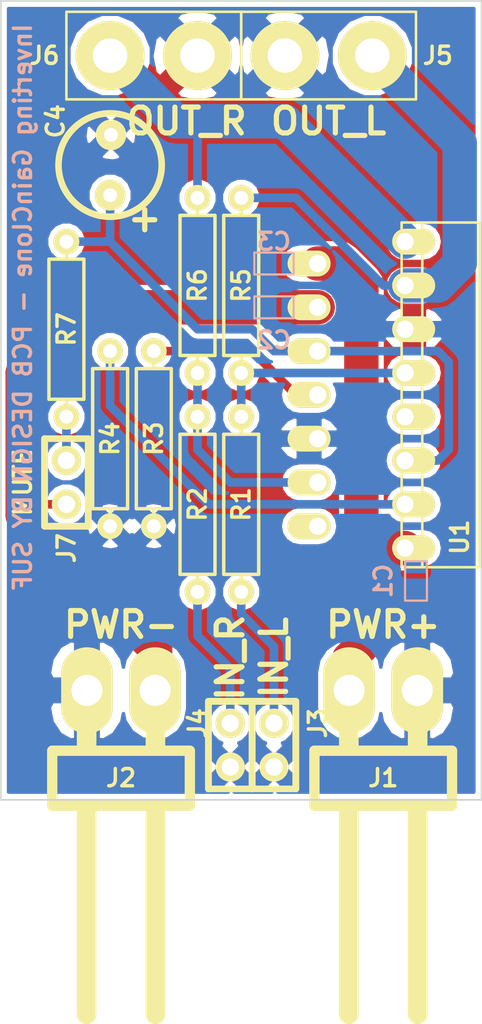
<source format=kicad_pcb>
(kicad_pcb (version 3) (host pcbnew "(2013-07-07 BZR 4022)-stable")

  (general
    (links 36)
    (no_connects 0)
    (area 170.796428 81.229999 214.179001 140.909001)
    (thickness 1.6)
    (drawings 5)
    (tracks 70)
    (zones 0)
    (modules 19)
    (nets 14)
  )

  (page A4)
  (layers
    (15 F.Cu signal)
    (0 B.Cu signal)
    (16 B.Adhes user)
    (17 F.Adhes user)
    (18 B.Paste user)
    (19 F.Paste user)
    (20 B.SilkS user)
    (21 F.SilkS user)
    (22 B.Mask user)
    (23 F.Mask user)
    (24 Dwgs.User user)
    (25 Cmts.User user)
    (26 Eco1.User user)
    (27 Eco2.User user)
    (28 Edge.Cuts user)
  )

  (setup
    (last_trace_width 0.254)
    (user_trace_width 0.5)
    (user_trace_width 1)
    (user_trace_width 2)
    (trace_clearance 0.254)
    (zone_clearance 0.3)
    (zone_45_only no)
    (trace_min 0.254)
    (segment_width 0.2)
    (edge_width 0.1)
    (via_size 0.889)
    (via_drill 0.635)
    (via_min_size 0.889)
    (via_min_drill 0.508)
    (uvia_size 0.508)
    (uvia_drill 0.127)
    (uvias_allowed no)
    (uvia_min_size 0.508)
    (uvia_min_drill 0.127)
    (pcb_text_width 0.3)
    (pcb_text_size 1.5 1.5)
    (mod_edge_width 0.381)
    (mod_text_size 1 1)
    (mod_text_width 0.15)
    (pad_size 1.5 2.5)
    (pad_drill 1)
    (pad_to_mask_clearance 0)
    (aux_axis_origin 0 0)
    (visible_elements 7FFFFFFF)
    (pcbplotparams
      (layerselection 3178497)
      (usegerberextensions true)
      (excludeedgelayer true)
      (linewidth 0.150000)
      (plotframeref false)
      (viasonmask false)
      (mode 1)
      (useauxorigin false)
      (hpglpennumber 1)
      (hpglpenspeed 20)
      (hpglpendiameter 15)
      (hpglpenoverlay 2)
      (psnegative false)
      (psa4output false)
      (plotreference true)
      (plotvalue true)
      (plotothertext true)
      (plotinvisibletext false)
      (padsonsilk false)
      (subtractmaskfromsilk false)
      (outputformat 1)
      (mirror false)
      (drillshape 1)
      (scaleselection 1)
      (outputdirectory ""))
  )

  (net 0 "")
  (net 1 GND)
  (net 2 N-000001)
  (net 3 N-0000010)
  (net 4 N-0000011)
  (net 5 N-0000012)
  (net 6 N-0000013)
  (net 7 N-000002)
  (net 8 N-000004)
  (net 9 N-000005)
  (net 10 N-000007)
  (net 11 N-000009)
  (net 12 VCC)
  (net 13 VEE)

  (net_class Default "This is the default net class."
    (clearance 0.254)
    (trace_width 0.254)
    (via_dia 0.889)
    (via_drill 0.635)
    (uvia_dia 0.508)
    (uvia_drill 0.127)
    (add_net "")
    (add_net GND)
    (add_net N-000001)
    (add_net N-0000010)
    (add_net N-0000011)
    (add_net N-0000012)
    (add_net N-0000013)
    (add_net N-000002)
    (add_net N-000004)
    (add_net N-000005)
    (add_net N-000007)
    (add_net N-000009)
    (add_net VCC)
    (add_net VEE)
  )

  (module SM0603 (layer B.Cu) (tedit 52634ED1) (tstamp 526267D6)
    (at 155.185 109.935 270)
    (path /524C599B)
    (attr smd)
    (fp_text reference C1 (at 0 1.905 270) (layer B.SilkS)
      (effects (font (size 1 1) (thickness 0.2)) (justify mirror))
    )
    (fp_text value 100nF (at 0 0 270) (layer B.SilkS) hide
      (effects (font (size 0.508 0.4572) (thickness 0.1143)) (justify mirror))
    )
    (fp_line (start -1.143 0.635) (end 1.143 0.635) (layer B.SilkS) (width 0.127))
    (fp_line (start 1.143 0.635) (end 1.143 -0.635) (layer B.SilkS) (width 0.127))
    (fp_line (start 1.143 -0.635) (end -1.143 -0.635) (layer B.SilkS) (width 0.127))
    (fp_line (start -1.143 -0.635) (end -1.143 0.635) (layer B.SilkS) (width 0.127))
    (pad 1 smd rect (at -0.762 0 270) (size 0.635 1.143)
      (layers B.Cu B.Paste B.Mask)
      (net 12 VCC)
    )
    (pad 2 smd rect (at 0.762 0 270) (size 0.635 1.143)
      (layers B.Cu B.Paste B.Mask)
      (net 1 GND)
    )
    (model smd\resistors\R0603.wrl
      (at (xyz 0 0 0.001))
      (scale (xyz 0.5 0.5 0.5))
      (rotate (xyz 0 0 0))
    )
  )

  (module SM0603 (layer B.Cu) (tedit 52634EAD) (tstamp 526267E0)
    (at 146.93 94.06)
    (path /524C59AA)
    (attr smd)
    (fp_text reference C2 (at 0 1.905) (layer B.SilkS)
      (effects (font (size 1 1) (thickness 0.2)) (justify mirror))
    )
    (fp_text value 100nF (at 0 0) (layer B.SilkS) hide
      (effects (font (size 0.508 0.4572) (thickness 0.1143)) (justify mirror))
    )
    (fp_line (start -1.143 0.635) (end 1.143 0.635) (layer B.SilkS) (width 0.127))
    (fp_line (start 1.143 0.635) (end 1.143 -0.635) (layer B.SilkS) (width 0.127))
    (fp_line (start 1.143 -0.635) (end -1.143 -0.635) (layer B.SilkS) (width 0.127))
    (fp_line (start -1.143 -0.635) (end -1.143 0.635) (layer B.SilkS) (width 0.127))
    (pad 1 smd rect (at -0.762 0) (size 0.635 1.143)
      (layers B.Cu B.Paste B.Mask)
      (net 1 GND)
    )
    (pad 2 smd rect (at 0.762 0) (size 0.635 1.143)
      (layers B.Cu B.Paste B.Mask)
      (net 13 VEE)
    )
    (model smd\resistors\R0603.wrl
      (at (xyz 0 0 0.001))
      (scale (xyz 0.5 0.5 0.5))
      (rotate (xyz 0 0 0))
    )
  )

  (module SM0603 (layer B.Cu) (tedit 52634E81) (tstamp 526267EA)
    (at 146.93 91.52 180)
    (path /524C5A9E)
    (attr smd)
    (fp_text reference C3 (at 0 1.27 180) (layer B.SilkS)
      (effects (font (size 1 1) (thickness 0.2)) (justify mirror))
    )
    (fp_text value 100nF (at 0 0 180) (layer B.SilkS) hide
      (effects (font (size 0.508 0.4572) (thickness 0.1143)) (justify mirror))
    )
    (fp_line (start -1.143 0.635) (end 1.143 0.635) (layer B.SilkS) (width 0.127))
    (fp_line (start 1.143 0.635) (end 1.143 -0.635) (layer B.SilkS) (width 0.127))
    (fp_line (start 1.143 -0.635) (end -1.143 -0.635) (layer B.SilkS) (width 0.127))
    (fp_line (start -1.143 -0.635) (end -1.143 0.635) (layer B.SilkS) (width 0.127))
    (pad 1 smd rect (at -0.762 0 180) (size 0.635 1.143)
      (layers B.Cu B.Paste B.Mask)
      (net 12 VCC)
    )
    (pad 2 smd rect (at 0.762 0 180) (size 0.635 1.143)
      (layers B.Cu B.Paste B.Mask)
      (net 1 GND)
    )
    (model smd\resistors\R0603.wrl
      (at (xyz 0 0 0.001))
      (scale (xyz 0.5 0.5 0.5))
      (rotate (xyz 0 0 0))
    )
  )

  (module R4 (layer F.Cu) (tedit 5262E7EC) (tstamp 526267F7)
    (at 145.025 105.49 270)
    (descr "Resitance 4 pas")
    (tags R)
    (path /52485179)
    (autoplace_cost180 10)
    (fp_text reference R1 (at 0 0 270) (layer F.SilkS)
      (effects (font (size 1 1) (thickness 0.2)))
    )
    (fp_text value 10K (at 0 0 270) (layer F.SilkS) hide
      (effects (font (size 1.397 1.27) (thickness 0.2032)))
    )
    (fp_line (start -5.08 0) (end -4.064 0) (layer F.SilkS) (width 0.2))
    (fp_line (start -4.064 0) (end -4.064 -1.016) (layer F.SilkS) (width 0.2))
    (fp_line (start -4.064 -1.016) (end 4.064 -1.016) (layer F.SilkS) (width 0.2))
    (fp_line (start 4.064 -1.016) (end 4.064 1.016) (layer F.SilkS) (width 0.2))
    (fp_line (start 4.064 1.016) (end -4.064 1.016) (layer F.SilkS) (width 0.2))
    (fp_line (start -4.064 1.016) (end -4.064 0) (layer F.SilkS) (width 0.2))
    (fp_line (start 5.08 0) (end 4.064 0) (layer F.SilkS) (width 0.2))
    (pad 1 thru_hole circle (at -5.08 0 270) (size 1.5 1.5) (drill 0.8001)
      (layers *.Cu *.Mask F.SilkS)
      (net 6 N-0000013)
    )
    (pad 2 thru_hole circle (at 5.08 0 270) (size 1.5 1.5) (drill 0.8001)
      (layers *.Cu *.Mask F.SilkS)
      (net 3 N-0000010)
    )
    (model discret/resistor.wrl
      (at (xyz 0 0 0))
      (scale (xyz 0.4 0.4 0.4))
      (rotate (xyz 0 0 0))
    )
  )

  (module R4 (layer F.Cu) (tedit 5262E533) (tstamp 52626804)
    (at 139.945 101.68 270)
    (descr "Resitance 4 pas")
    (tags R)
    (path /52485188)
    (autoplace_cost180 10)
    (fp_text reference R3 (at 0 0 270) (layer F.SilkS)
      (effects (font (size 1 1) (thickness 0.2)))
    )
    (fp_text value 10K (at 0 0 270) (layer F.SilkS) hide
      (effects (font (size 1.397 1.27) (thickness 0.2032)))
    )
    (fp_line (start -5.08 0) (end -4.064 0) (layer F.SilkS) (width 0.2))
    (fp_line (start -4.064 0) (end -4.064 -1.016) (layer F.SilkS) (width 0.2))
    (fp_line (start -4.064 -1.016) (end 4.064 -1.016) (layer F.SilkS) (width 0.2))
    (fp_line (start 4.064 -1.016) (end 4.064 1.016) (layer F.SilkS) (width 0.2))
    (fp_line (start 4.064 1.016) (end -4.064 1.016) (layer F.SilkS) (width 0.2))
    (fp_line (start -4.064 1.016) (end -4.064 0) (layer F.SilkS) (width 0.2))
    (fp_line (start 5.08 0) (end 4.064 0) (layer F.SilkS) (width 0.2))
    (pad 1 thru_hole circle (at -5.08 0 270) (size 1.5 1.5) (drill 0.8001)
      (layers *.Cu *.Mask F.SilkS)
      (net 5 N-0000012)
    )
    (pad 2 thru_hole circle (at 5.08 0 270) (size 1.5 1.5) (drill 0.8001)
      (layers *.Cu *.Mask F.SilkS)
      (net 1 GND)
    )
    (model discret/resistor.wrl
      (at (xyz 0 0 0))
      (scale (xyz 0.4 0.4 0.4))
      (rotate (xyz 0 0 0))
    )
  )

  (module R4 (layer F.Cu) (tedit 5262E420) (tstamp 52626811)
    (at 145.025 92.79 270)
    (descr "Resitance 4 pas")
    (tags R)
    (path /524851A6)
    (autoplace_cost180 10)
    (fp_text reference R5 (at 0 0 270) (layer F.SilkS)
      (effects (font (size 1 1) (thickness 0.2)))
    )
    (fp_text value 220K (at 0 0 270) (layer F.SilkS) hide
      (effects (font (size 1.397 1.27) (thickness 0.2032)))
    )
    (fp_line (start -5.08 0) (end -4.064 0) (layer F.SilkS) (width 0.2))
    (fp_line (start -4.064 0) (end -4.064 -1.016) (layer F.SilkS) (width 0.2))
    (fp_line (start -4.064 -1.016) (end 4.064 -1.016) (layer F.SilkS) (width 0.2))
    (fp_line (start 4.064 -1.016) (end 4.064 1.016) (layer F.SilkS) (width 0.2))
    (fp_line (start 4.064 1.016) (end -4.064 1.016) (layer F.SilkS) (width 0.2))
    (fp_line (start -4.064 1.016) (end -4.064 0) (layer F.SilkS) (width 0.2))
    (fp_line (start 5.08 0) (end 4.064 0) (layer F.SilkS) (width 0.2))
    (pad 1 thru_hole circle (at -5.08 0 270) (size 1.5 1.5) (drill 0.8001)
      (layers *.Cu *.Mask F.SilkS)
      (net 4 N-0000011)
    )
    (pad 2 thru_hole circle (at 5.08 0 270) (size 1.5 1.5) (drill 0.8001)
      (layers *.Cu *.Mask F.SilkS)
      (net 6 N-0000013)
    )
    (model discret/resistor.wrl
      (at (xyz 0 0 0))
      (scale (xyz 0.4 0.4 0.4))
      (rotate (xyz 0 0 0))
    )
  )

  (module R4 (layer F.Cu) (tedit 5262E7D4) (tstamp 5262681E)
    (at 142.485 105.49 270)
    (descr "Resitance 4 pas")
    (tags R)
    (path /526202B7)
    (autoplace_cost180 10)
    (fp_text reference R2 (at 0 0 270) (layer F.SilkS)
      (effects (font (size 1 1) (thickness 0.2)))
    )
    (fp_text value 10K (at 0 0 270) (layer F.SilkS) hide
      (effects (font (size 1.397 1.27) (thickness 0.2032)))
    )
    (fp_line (start -5.08 0) (end -4.064 0) (layer F.SilkS) (width 0.2))
    (fp_line (start -4.064 0) (end -4.064 -1.016) (layer F.SilkS) (width 0.2))
    (fp_line (start -4.064 -1.016) (end 4.064 -1.016) (layer F.SilkS) (width 0.2))
    (fp_line (start 4.064 -1.016) (end 4.064 1.016) (layer F.SilkS) (width 0.2))
    (fp_line (start 4.064 1.016) (end -4.064 1.016) (layer F.SilkS) (width 0.2))
    (fp_line (start -4.064 1.016) (end -4.064 0) (layer F.SilkS) (width 0.2))
    (fp_line (start 5.08 0) (end 4.064 0) (layer F.SilkS) (width 0.2))
    (pad 1 thru_hole circle (at -5.08 0 270) (size 1.5 1.5) (drill 0.8001)
      (layers *.Cu *.Mask F.SilkS)
      (net 2 N-000001)
    )
    (pad 2 thru_hole circle (at 5.08 0 270) (size 1.5 1.5) (drill 0.8001)
      (layers *.Cu *.Mask F.SilkS)
      (net 8 N-000004)
    )
    (model discret/resistor.wrl
      (at (xyz 0 0 0))
      (scale (xyz 0.4 0.4 0.4))
      (rotate (xyz 0 0 0))
    )
  )

  (module R4 (layer F.Cu) (tedit 5262E4E0) (tstamp 5262682B)
    (at 137.405 101.68 270)
    (descr "Resitance 4 pas")
    (tags R)
    (path /526202BD)
    (autoplace_cost180 10)
    (fp_text reference R4 (at 0 0 270) (layer F.SilkS)
      (effects (font (size 1 1) (thickness 0.2)))
    )
    (fp_text value 10K (at 0 0 270) (layer F.SilkS) hide
      (effects (font (size 1.397 1.27) (thickness 0.2032)))
    )
    (fp_line (start -5.08 0) (end -4.064 0) (layer F.SilkS) (width 0.2))
    (fp_line (start -4.064 0) (end -4.064 -1.016) (layer F.SilkS) (width 0.2))
    (fp_line (start -4.064 -1.016) (end 4.064 -1.016) (layer F.SilkS) (width 0.2))
    (fp_line (start 4.064 -1.016) (end 4.064 1.016) (layer F.SilkS) (width 0.2))
    (fp_line (start 4.064 1.016) (end -4.064 1.016) (layer F.SilkS) (width 0.2))
    (fp_line (start -4.064 1.016) (end -4.064 0) (layer F.SilkS) (width 0.2))
    (fp_line (start 5.08 0) (end 4.064 0) (layer F.SilkS) (width 0.2))
    (pad 1 thru_hole circle (at -5.08 0 270) (size 1.5 1.5) (drill 0.8001)
      (layers *.Cu *.Mask F.SilkS)
      (net 7 N-000002)
    )
    (pad 2 thru_hole circle (at 5.08 0 270) (size 1.5 1.5) (drill 0.8001)
      (layers *.Cu *.Mask F.SilkS)
      (net 1 GND)
    )
    (model discret/resistor.wrl
      (at (xyz 0 0 0))
      (scale (xyz 0.4 0.4 0.4))
      (rotate (xyz 0 0 0))
    )
  )

  (module R4 (layer F.Cu) (tedit 5262E3E4) (tstamp 52626838)
    (at 142.485 92.79 270)
    (descr "Resitance 4 pas")
    (tags R)
    (path /526202C3)
    (autoplace_cost180 10)
    (fp_text reference R6 (at 0 0 270) (layer F.SilkS)
      (effects (font (size 1 1) (thickness 0.2)))
    )
    (fp_text value 220K (at 0 0 270) (layer F.SilkS) hide
      (effects (font (size 1.397 1.27) (thickness 0.2032)))
    )
    (fp_line (start -5.08 0) (end -4.064 0) (layer F.SilkS) (width 0.2))
    (fp_line (start -4.064 0) (end -4.064 -1.016) (layer F.SilkS) (width 0.2))
    (fp_line (start -4.064 -1.016) (end 4.064 -1.016) (layer F.SilkS) (width 0.2))
    (fp_line (start 4.064 -1.016) (end 4.064 1.016) (layer F.SilkS) (width 0.2))
    (fp_line (start 4.064 1.016) (end -4.064 1.016) (layer F.SilkS) (width 0.2))
    (fp_line (start -4.064 1.016) (end -4.064 0) (layer F.SilkS) (width 0.2))
    (fp_line (start 5.08 0) (end 4.064 0) (layer F.SilkS) (width 0.2))
    (pad 1 thru_hole circle (at -5.08 0 270) (size 1.5 1.5) (drill 0.8001)
      (layers *.Cu *.Mask F.SilkS)
      (net 9 N-000005)
    )
    (pad 2 thru_hole circle (at 5.08 0 270) (size 1.5 1.5) (drill 0.8001)
      (layers *.Cu *.Mask F.SilkS)
      (net 2 N-000001)
    )
    (model discret/resistor.wrl
      (at (xyz 0 0 0))
      (scale (xyz 0.4 0.4 0.4))
      (rotate (xyz 0 0 0))
    )
  )

  (module HDR-2-5,08 (layer F.Cu) (tedit 52634E10) (tstamp 52626842)
    (at 150.105 79.455 180)
    (path /524C55B9)
    (fp_text reference J5 (at -6.35 0 180) (layer F.SilkS)
      (effects (font (size 1 1) (thickness 0.2)))
    )
    (fp_text value OUT_L (at 0 -3.81 180) (layer F.SilkS)
      (effects (font (size 1.5 1.5) (thickness 0.3)))
    )
    (fp_line (start -5.08 -2.54) (end -5.08 2.54) (layer F.SilkS) (width 0.15))
    (fp_line (start -5.08 2.54) (end 5.08 2.54) (layer F.SilkS) (width 0.15))
    (fp_line (start 5.08 2.54) (end 5.08 -2.54) (layer F.SilkS) (width 0.15))
    (fp_line (start 5.08 -2.54) (end -5.08 -2.54) (layer F.SilkS) (width 0.15))
    (pad 1 thru_hole circle (at -2.54 0 180) (size 4 4) (drill 2)
      (layers *.Cu *.Mask F.SilkS)
      (net 4 N-0000011)
    )
    (pad 2 thru_hole circle (at 2.54 0 180) (size 4 4) (drill 2)
      (layers *.Cu *.Mask F.SilkS)
      (net 1 GND)
    )
  )

  (module HDR-2-5,08 (layer F.Cu) (tedit 52634DF2) (tstamp 5262684C)
    (at 139.945 79.455)
    (path /526202DC)
    (fp_text reference J6 (at -6.35 0) (layer F.SilkS)
      (effects (font (size 1 1) (thickness 0.2)))
    )
    (fp_text value OUT_R (at 1.905 3.81) (layer F.SilkS)
      (effects (font (size 1.5 1.5) (thickness 0.3)))
    )
    (fp_line (start -5.08 -2.54) (end -5.08 2.54) (layer F.SilkS) (width 0.15))
    (fp_line (start -5.08 2.54) (end 5.08 2.54) (layer F.SilkS) (width 0.15))
    (fp_line (start 5.08 2.54) (end 5.08 -2.54) (layer F.SilkS) (width 0.15))
    (fp_line (start 5.08 -2.54) (end -5.08 -2.54) (layer F.SilkS) (width 0.15))
    (pad 1 thru_hole circle (at -2.54 0) (size 4 4) (drill 2)
      (layers *.Cu *.Mask F.SilkS)
      (net 9 N-000005)
    )
    (pad 2 thru_hole circle (at 2.54 0) (size 4 4) (drill 2)
      (layers *.Cu *.Mask F.SilkS)
      (net 1 GND)
    )
  )

  (module HDR-2 (layer F.Cu) (tedit 52634DDA) (tstamp 52626856)
    (at 146.93 119.46 90)
    (path /524C55AA)
    (fp_text reference J3 (at 1.27 2.54 90) (layer F.SilkS)
      (effects (font (size 1 1) (thickness 0.2)))
    )
    (fp_text value IN_L (at 5.08 0 90) (layer F.SilkS)
      (effects (font (size 1.5 1.5) (thickness 0.3)))
    )
    (fp_line (start -2.54 1.27) (end 2.54 1.27) (layer F.SilkS) (width 0.39878))
    (fp_line (start -2.54 -1.27) (end 2.54 -1.27) (layer F.SilkS) (width 0.39878))
    (fp_line (start 2.54 -1.27) (end 2.54 1.27) (layer F.SilkS) (width 0.39878))
    (fp_line (start -2.54 -1.27) (end -2.54 1.27) (layer F.SilkS) (width 0.381))
    (pad 1 thru_hole circle (at -1.27 0 90) (size 1.69926 1.69926) (drill 1.00076)
      (layers *.Cu *.Mask F.SilkS)
      (net 1 GND)
    )
    (pad 2 thru_hole circle (at 1.27 0 90) (size 1.69926 1.69926) (drill 1.00076)
      (layers *.Cu *.Mask F.SilkS)
      (net 3 N-0000010)
    )
  )

  (module HDR-2 (layer F.Cu) (tedit 52634DC4) (tstamp 52626860)
    (at 144.39 119.46 90)
    (path /526202D6)
    (fp_text reference J4 (at 1.27 -1.905 90) (layer F.SilkS)
      (effects (font (size 1 1) (thickness 0.2)))
    )
    (fp_text value IN_R (at 5.08 0 90) (layer F.SilkS)
      (effects (font (size 1.5 1.5) (thickness 0.3)))
    )
    (fp_line (start -2.54 1.27) (end 2.54 1.27) (layer F.SilkS) (width 0.39878))
    (fp_line (start -2.54 -1.27) (end 2.54 -1.27) (layer F.SilkS) (width 0.39878))
    (fp_line (start 2.54 -1.27) (end 2.54 1.27) (layer F.SilkS) (width 0.39878))
    (fp_line (start -2.54 -1.27) (end -2.54 1.27) (layer F.SilkS) (width 0.381))
    (pad 1 thru_hole circle (at -1.27 0 90) (size 1.69926 1.69926) (drill 1.00076)
      (layers *.Cu *.Mask F.SilkS)
      (net 1 GND)
    )
    (pad 2 thru_hole circle (at 1.27 0 90) (size 1.69926 1.69926) (drill 1.00076)
      (layers *.Cu *.Mask F.SilkS)
      (net 8 N-000004)
    )
  )

  (module CONN_NCW396-02R (layer F.Cu) (tedit 52634DB6) (tstamp 5262686E)
    (at 153.28 116.285 180)
    (path /524C5655)
    (fp_text reference J1 (at 0 -5.08 180) (layer F.SilkS)
      (effects (font (size 1 1) (thickness 0.2)))
    )
    (fp_text value PWR+ (at 0 3.81 180) (layer F.SilkS)
      (effects (font (size 1.5 1.5) (thickness 0.3)))
    )
    (fp_line (start 2 -7) (end 2 -18.8) (layer F.SilkS) (width 1.14))
    (fp_line (start -2 -7) (end -2 -18.8) (layer F.SilkS) (width 1.14))
    (fp_line (start 2 0) (end 2 -3.2) (layer F.SilkS) (width 1.14))
    (fp_line (start -2 0) (end -2 -3.2) (layer F.SilkS) (width 1.14))
    (fp_line (start -4 -3.5) (end -4 -6.7) (layer F.SilkS) (width 0.6))
    (fp_line (start 4 -3.5) (end 4 -6.7) (layer F.SilkS) (width 0.6))
    (fp_line (start -4.0005 -6.6995) (end 4.0005 -6.6995) (layer F.SilkS) (width 0.6))
    (fp_line (start -4.0005 -3.50126) (end 4.0005 -3.50126) (layer F.SilkS) (width 0.6))
    (pad 1 thru_hole oval (at -1.9812 0 180) (size 2.99974 5.00126) (drill 1.80086)
      (layers *.Cu *.Mask F.SilkS)
      (net 1 GND)
    )
    (pad 2 thru_hole oval (at 1.9812 0 180) (size 2.99974 5.00126) (drill 1.80086)
      (layers *.Cu *.Mask F.SilkS)
      (net 12 VCC)
    )
  )

  (module CONN_NCW396-02R (layer F.Cu) (tedit 52634DAB) (tstamp 5262687C)
    (at 138.04 116.285 180)
    (path /524C5664)
    (fp_text reference J2 (at 0 -5.08 180) (layer F.SilkS)
      (effects (font (size 1 1) (thickness 0.2)))
    )
    (fp_text value PWR- (at 0 3.81 180) (layer F.SilkS)
      (effects (font (size 1.5 1.5) (thickness 0.3)))
    )
    (fp_line (start 2 -7) (end 2 -18.8) (layer F.SilkS) (width 1.14))
    (fp_line (start -2 -7) (end -2 -18.8) (layer F.SilkS) (width 1.14))
    (fp_line (start 2 0) (end 2 -3.2) (layer F.SilkS) (width 1.14))
    (fp_line (start -2 0) (end -2 -3.2) (layer F.SilkS) (width 1.14))
    (fp_line (start -4 -3.5) (end -4 -6.7) (layer F.SilkS) (width 0.6))
    (fp_line (start 4 -3.5) (end 4 -6.7) (layer F.SilkS) (width 0.6))
    (fp_line (start -4.0005 -6.6995) (end 4.0005 -6.6995) (layer F.SilkS) (width 0.6))
    (fp_line (start -4.0005 -3.50126) (end 4.0005 -3.50126) (layer F.SilkS) (width 0.6))
    (pad 1 thru_hole oval (at -1.9812 0 180) (size 2.99974 5.00126) (drill 1.80086)
      (layers *.Cu *.Mask F.SilkS)
      (net 13 VEE)
    )
    (pad 2 thru_hole oval (at 1.9812 0 180) (size 2.99974 5.00126) (drill 1.80086)
      (layers *.Cu *.Mask F.SilkS)
      (net 1 GND)
    )
  )

  (module R4 (layer F.Cu) (tedit 5262E3AD) (tstamp 52627F05)
    (at 134.865 95.33 270)
    (descr "Resitance 4 pas")
    (tags R)
    (path /52620B37)
    (autoplace_cost180 10)
    (fp_text reference R7 (at 0 0 270) (layer F.SilkS)
      (effects (font (size 1 1) (thickness 0.2)))
    )
    (fp_text value 12K (at 0 0 270) (layer F.SilkS) hide
      (effects (font (size 1.397 1.27) (thickness 0.2032)))
    )
    (fp_line (start -5.08 0) (end -4.064 0) (layer F.SilkS) (width 0.2))
    (fp_line (start -4.064 0) (end -4.064 -1.016) (layer F.SilkS) (width 0.2))
    (fp_line (start -4.064 -1.016) (end 4.064 -1.016) (layer F.SilkS) (width 0.2))
    (fp_line (start 4.064 -1.016) (end 4.064 1.016) (layer F.SilkS) (width 0.2))
    (fp_line (start 4.064 1.016) (end -4.064 1.016) (layer F.SilkS) (width 0.2))
    (fp_line (start -4.064 1.016) (end -4.064 0) (layer F.SilkS) (width 0.2))
    (fp_line (start 5.08 0) (end 4.064 0) (layer F.SilkS) (width 0.2))
    (pad 1 thru_hole circle (at -5.08 0 270) (size 1.5 1.5) (drill 0.8001)
      (layers *.Cu *.Mask F.SilkS)
      (net 11 N-000009)
    )
    (pad 2 thru_hole circle (at 5.08 0 270) (size 1.5 1.5) (drill 0.8001)
      (layers *.Cu *.Mask F.SilkS)
      (net 10 N-000007)
    )
    (model discret/resistor.wrl
      (at (xyz 0 0 0))
      (scale (xyz 0.4 0.4 0.4))
      (rotate (xyz 0 0 0))
    )
  )

  (module C1,5P_D2,5 (layer F.Cu) (tedit 5262E123) (tstamp 52626F43)
    (at 137.405 85.805 90)
    (path /52620AF2)
    (fp_text reference C4 (at 2.54 -3.175 90) (layer F.SilkS)
      (effects (font (size 1 1) (thickness 0.2)))
    )
    (fp_text value 33uF/50V (at 0 4.445 90) (layer F.SilkS) hide
      (effects (font (size 1.524 1.524) (thickness 0.3048)))
    )
    (fp_text user + (at -3.175 1.905 90) (layer F.SilkS)
      (effects (font (size 1.524 1.524) (thickness 0.3048)))
    )
    (fp_circle (center 0 0) (end 3 0) (layer F.SilkS) (width 0.381))
    (pad 1 thru_hole circle (at -1.75 0 90) (size 1.778 1.778) (drill 0.8001)
      (layers *.Cu *.Mask F.SilkS)
      (net 11 N-000009)
    )
    (pad 2 thru_hole circle (at 1.75 0.05 90) (size 1.778 1.778) (drill 0.8001)
      (layers *.Cu *.Mask F.SilkS)
      (net 1 GND)
    )
  )

  (module TO220-15 (layer F.Cu) (tedit 5262E80C) (tstamp 526267CC)
    (at 154.55 99.14 270)
    (path /5248514F)
    (fp_text reference U1 (at 8.255 -3.175 270) (layer F.SilkS)
      (effects (font (size 1 1) (thickness 0.2)))
    )
    (fp_text value LM4766 (at 0 7 270) (layer F.SilkS) hide
      (effects (font (size 1 1) (thickness 0.15)))
    )
    (fp_line (start -10 -1) (end 10 -1) (layer F.SilkS) (width 0.15))
    (fp_line (start -10 -4.3) (end 10 -4.3) (layer F.SilkS) (width 0.15))
    (fp_line (start 10 -4.3) (end 10 0.2) (layer F.SilkS) (width 0.15))
    (fp_line (start 10 0.2) (end -10 0.2) (layer F.SilkS) (width 0.15))
    (fp_line (start -10 0.2) (end -10 -4.3) (layer F.SilkS) (width 0.15))
    (pad 1 thru_hole oval (at -8.89 0 270) (size 1.5 2.5) (drill 1 (offset 0 -0.5))
      (layers *.Cu *.Mask F.SilkS)
      (net 9 N-000005)
    )
    (pad 3 thru_hole oval (at -6.35 0 270) (size 1.5 2.5) (drill 1 (offset 0 -0.5))
      (layers *.Cu *.Mask F.SilkS)
      (net 4 N-0000011)
    )
    (pad 5 thru_hole oval (at -3.81 0 270) (size 1.5 2.5) (drill 1 (offset 0 -0.5))
      (layers *.Cu *.Mask F.SilkS)
      (net 1 GND)
    )
    (pad 7 thru_hole oval (at -1.27 0 270) (size 1.5 2.5) (drill 1 (offset 0 -0.5))
      (layers *.Cu *.Mask F.SilkS)
      (net 6 N-0000013)
    )
    (pad 9 thru_hole oval (at 1.27 0 270) (size 1.5 2.5) (drill 1 (offset 0 -0.5))
      (layers *.Cu *.Mask F.SilkS)
    )
    (pad 11 thru_hole oval (at 3.81 0 270) (size 1.5 2.5) (drill 1 (offset 0 -0.5))
      (layers *.Cu *.Mask F.SilkS)
      (net 11 N-000009)
    )
    (pad 13 thru_hole oval (at 6.35 0 270) (size 1.5 2.5) (drill 1 (offset 0 -0.5))
      (layers *.Cu *.Mask F.SilkS)
      (net 7 N-000002)
    )
    (pad 15 thru_hole oval (at 8.89 0 270) (size 1.5 2.5) (drill 1 (offset 0 -0.5))
      (layers *.Cu *.Mask F.SilkS)
      (net 12 VCC)
    )
    (pad 2 thru_hole oval (at -7.62 5.08 270) (size 1.5 2.5) (drill 1 (offset 0 0.5))
      (layers *.Cu *.Mask F.SilkS)
      (net 12 VCC)
    )
    (pad 4 thru_hole oval (at -5.08 5.08 270) (size 1.5 2.5) (drill 1 (offset 0 0.5))
      (layers *.Cu *.Mask F.SilkS)
      (net 13 VEE)
    )
    (pad 6 thru_hole oval (at -2.54 5.08 270) (size 1.5 2.5) (drill 1 (offset 0 0.5))
      (layers *.Cu *.Mask F.SilkS)
      (net 11 N-000009)
    )
    (pad 8 thru_hole oval (at 0 5.08 270) (size 1.5 2.5) (drill 1 (offset 0 0.5))
      (layers *.Cu *.Mask F.SilkS)
      (net 5 N-0000012)
    )
    (pad 10 thru_hole oval (at 2.54 5.08 270) (size 1.5 2.5) (drill 1 (offset 0 0.5))
      (layers *.Cu *.Mask F.SilkS)
      (net 1 GND)
    )
    (pad 12 thru_hole oval (at 5.08 5.08 270) (size 1.5 2.5) (drill 1 (offset 0 0.5))
      (layers *.Cu *.Mask F.SilkS)
      (net 2 N-000001)
    )
    (pad 14 thru_hole oval (at 7.62 5.08 270) (size 1.5 2.5) (drill 1 (offset 0 0.5))
      (layers *.Cu *.Mask F.SilkS)
    )
  )

  (module HDR-2 (layer F.Cu) (tedit 5262E493) (tstamp 52627BE4)
    (at 134.865 104.22 270)
    (path /52620ACF)
    (fp_text reference J7 (at 3.81 0 270) (layer F.SilkS)
      (effects (font (size 1 1) (thickness 0.2)))
    )
    (fp_text value MUTE (at 0 2.54 270) (layer F.SilkS)
      (effects (font (size 1 1) (thickness 0.2)))
    )
    (fp_line (start -2.54 1.27) (end 2.54 1.27) (layer F.SilkS) (width 0.39878))
    (fp_line (start -2.54 -1.27) (end 2.54 -1.27) (layer F.SilkS) (width 0.39878))
    (fp_line (start 2.54 -1.27) (end 2.54 1.27) (layer F.SilkS) (width 0.39878))
    (fp_line (start -2.54 -1.27) (end -2.54 1.27) (layer F.SilkS) (width 0.381))
    (pad 1 thru_hole circle (at -1.27 0 270) (size 1.69926 1.69926) (drill 1.00076)
      (layers *.Cu *.Mask F.SilkS)
      (net 10 N-000007)
    )
    (pad 2 thru_hole circle (at 1.27 0 270) (size 1.69926 1.69926) (drill 1.00076)
      (layers *.Cu *.Mask F.SilkS)
      (net 13 VEE)
    )
  )

  (gr_line (start 131.055 76.28) (end 131.055 122.635) (angle 90) (layer Edge.Cuts) (width 0.1))
  (gr_line (start 158.995 76.28) (end 158.995 122.635) (angle 90) (layer Edge.Cuts) (width 0.1))
  (gr_text "Inverting GainClone - PCB DESIGN BY SUF" (at 132.325 94.06 90) (layer B.SilkS)
    (effects (font (size 1 1) (thickness 0.2)) (justify mirror))
  )
  (gr_line (start 158.995 122.635) (end 131.055 122.635) (angle 90) (layer Edge.Cuts) (width 0.1))
  (gr_line (start 158.995 76.28) (end 131.055 76.28) (angle 90) (layer Edge.Cuts) (width 0.1))

  (segment (start 154.55 95.33) (end 157.09 95.33) (width 0.5) (layer B.Cu) (net 1))
  (segment (start 156.963 110.697) (end 155.185 110.697) (width 0.5) (layer B.Cu) (net 1) (tstamp 52627D08))
  (segment (start 158.36 109.3) (end 156.963 110.697) (width 0.5) (layer B.Cu) (net 1) (tstamp 52627D07))
  (segment (start 158.36 96.6) (end 158.36 109.3) (width 0.5) (layer B.Cu) (net 1) (tstamp 52627D06))
  (segment (start 157.09 95.33) (end 158.36 96.6) (width 0.5) (layer B.Cu) (net 1) (tstamp 52627D05))
  (segment (start 154.55 95.33) (end 146.93 95.33) (width 0.5) (layer B.Cu) (net 1))
  (segment (start 146.168 94.568) (end 146.168 91.52) (width 0.5) (layer B.Cu) (net 1) (tstamp 52627CF7))
  (segment (start 146.93 95.33) (end 146.168 94.568) (width 0.5) (layer B.Cu) (net 1) (tstamp 52627CF6))
  (segment (start 149.47 104.22) (end 144.39 104.22) (width 0.5) (layer B.Cu) (net 2))
  (segment (start 142.485 102.315) (end 142.485 100.41) (width 0.5) (layer B.Cu) (net 2) (tstamp 526285B7))
  (segment (start 144.39 104.22) (end 142.485 102.315) (width 0.5) (layer B.Cu) (net 2) (tstamp 526285AE))
  (segment (start 142.485 100.41) (end 142.485 97.87) (width 0.5) (layer B.Cu) (net 2) (tstamp 52627DA4) (status 20))
  (segment (start 146.93 118.19) (end 146.93 113.745) (width 0.5) (layer B.Cu) (net 3))
  (segment (start 145.025 111.84) (end 145.025 110.57) (width 0.5) (layer B.Cu) (net 3) (tstamp 52628786))
  (segment (start 146.93 113.745) (end 145.025 111.84) (width 0.5) (layer B.Cu) (net 3) (tstamp 52628780))
  (segment (start 154.55 92.79) (end 153.28 92.79) (width 0.5) (layer B.Cu) (net 4))
  (segment (start 148.2 87.71) (end 145.025 87.71) (width 0.5) (layer B.Cu) (net 4) (tstamp 5262F420))
  (segment (start 153.28 92.79) (end 148.2 87.71) (width 0.5) (layer B.Cu) (net 4) (tstamp 5262F416))
  (segment (start 154.55 92.79) (end 156.455 92.79) (width 2) (layer B.Cu) (net 4))
  (segment (start 152.645 79.455) (end 152.645 79.455) (width 2) (layer B.Cu) (net 4) (tstamp 52627B76) (status 20))
  (segment (start 157.725 84.535) (end 152.645 79.455) (width 2) (layer B.Cu) (net 4) (tstamp 52627B75))
  (segment (start 157.725 91.52) (end 157.725 84.535) (width 2) (layer B.Cu) (net 4) (tstamp 52627B74))
  (segment (start 156.455 92.79) (end 157.725 91.52) (width 2) (layer B.Cu) (net 4) (tstamp 52627B73))
  (segment (start 139.945 96.6) (end 145.66 96.6) (width 0.5) (layer F.Cu) (net 5))
  (segment (start 148.2 99.14) (end 149.47 99.14) (width 0.5) (layer F.Cu) (net 5) (tstamp 5262F441))
  (segment (start 145.66 96.6) (end 148.2 99.14) (width 0.5) (layer F.Cu) (net 5) (tstamp 5262F435))
  (segment (start 154.55 97.87) (end 145.025 97.87) (width 0.5) (layer B.Cu) (net 6))
  (segment (start 145.025 97.87) (end 145.025 97.87) (width 0.5) (layer B.Cu) (net 6) (status 10))
  (segment (start 145.025 97.87) (end 145.025 100.41) (width 0.5) (layer B.Cu) (net 6) (tstamp 52627CC2) (status 20))
  (segment (start 154.55 105.49) (end 143.12 105.49) (width 0.5) (layer B.Cu) (net 7))
  (segment (start 137.405 99.775) (end 137.405 96.6) (width 0.5) (layer B.Cu) (net 7) (tstamp 52627F10))
  (segment (start 143.12 105.49) (end 137.405 99.775) (width 0.5) (layer B.Cu) (net 7) (tstamp 52627F0E))
  (segment (start 142.485 110.57) (end 142.485 113.11) (width 0.5) (layer B.Cu) (net 8))
  (segment (start 144.39 115.015) (end 144.39 118.19) (width 0.5) (layer B.Cu) (net 8) (tstamp 52628779))
  (segment (start 142.485 113.11) (end 144.39 115.015) (width 0.5) (layer B.Cu) (net 8) (tstamp 52628774))
  (segment (start 154.55 90.25) (end 147.565 83.265) (width 2) (layer B.Cu) (net 9))
  (segment (start 147.565 83.265) (end 142.485 83.265) (width 2) (layer B.Cu) (net 9) (tstamp 52627F4B))
  (segment (start 142.485 87.71) (end 142.485 83.265) (width 0.5) (layer B.Cu) (net 9) (status 10))
  (segment (start 142.485 83.265) (end 141.215 83.265) (width 2) (layer B.Cu) (net 9) (tstamp 52627D34))
  (segment (start 141.215 83.265) (end 137.405 79.455) (width 2) (layer B.Cu) (net 9) (tstamp 52627B70))
  (segment (start 134.865 100.41) (end 134.865 102.95) (width 0.5) (layer B.Cu) (net 10))
  (segment (start 137.405 90.25) (end 134.865 90.25) (width 0.5) (layer B.Cu) (net 11))
  (segment (start 145.66 95.33) (end 142.485 95.33) (width 0.5) (layer B.Cu) (net 11))
  (segment (start 146.93 96.6) (end 145.66 95.33) (width 0.5) (layer B.Cu) (net 11) (tstamp 52627CCA))
  (segment (start 149.47 96.6) (end 146.93 96.6) (width 0.5) (layer B.Cu) (net 11))
  (segment (start 137.405 90.25) (end 137.405 87.555) (width 0.5) (layer B.Cu) (net 11) (tstamp 52627EDA))
  (segment (start 142.485 95.33) (end 137.405 90.25) (width 0.5) (layer B.Cu) (net 11) (tstamp 52627ED8))
  (segment (start 149.47 96.6) (end 156.455 96.6) (width 0.5) (layer B.Cu) (net 11))
  (segment (start 156.455 102.95) (end 154.55 102.95) (width 0.5) (layer B.Cu) (net 11) (tstamp 52627CC7))
  (segment (start 157.09 102.315) (end 156.455 102.95) (width 0.5) (layer B.Cu) (net 11) (tstamp 52627CC6))
  (segment (start 157.09 97.235) (end 157.09 102.315) (width 0.5) (layer B.Cu) (net 11) (tstamp 52627CC5))
  (segment (start 156.455 96.6) (end 157.09 97.235) (width 0.5) (layer B.Cu) (net 11) (tstamp 52627CC4))
  (segment (start 154.55 108.03) (end 155.185 108.665) (width 0.5) (layer B.Cu) (net 12))
  (segment (start 155.185 108.665) (end 155.185 109.173) (width 0.5) (layer B.Cu) (net 12) (tstamp 52627F3F))
  (segment (start 147.692 91.52) (end 149.47 91.52) (width 0.5) (layer B.Cu) (net 12))
  (segment (start 154.55 108.03) (end 152.01 108.03) (width 2) (layer F.Cu) (net 12))
  (segment (start 151.2988 116.285) (end 151.2988 114.4562) (width 2) (layer F.Cu) (net 12))
  (segment (start 150.74 91.52) (end 149.47 91.52) (width 2) (layer F.Cu) (net 12) (tstamp 52627F32))
  (segment (start 152.01 92.79) (end 150.74 91.52) (width 2) (layer F.Cu) (net 12) (tstamp 52627F31))
  (segment (start 152.01 113.745) (end 152.01 108.03) (width 2) (layer F.Cu) (net 12) (tstamp 52627F30))
  (segment (start 152.01 108.03) (end 152.01 92.79) (width 2) (layer F.Cu) (net 12) (tstamp 52627F37))
  (segment (start 151.2988 114.4562) (end 152.01 113.745) (width 2) (layer F.Cu) (net 12) (tstamp 52627F2F))
  (segment (start 147.692 94.06) (end 149.47 94.06) (width 0.5) (layer B.Cu) (net 13))
  (segment (start 134.865 105.49) (end 132.96 105.49) (width 0.5) (layer F.Cu) (net 13))
  (segment (start 132.96 105.49) (end 132.325 106.125) (width 0.5) (layer F.Cu) (net 13) (tstamp 52627F13))
  (segment (start 149.47 94.06) (end 136.135 94.06) (width 2) (layer F.Cu) (net 13))
  (segment (start 140.0212 113.8212) (end 140.0212 116.285) (width 2) (layer F.Cu) (net 13) (tstamp 52627EE7))
  (segment (start 132.325 106.125) (end 140.0212 113.8212) (width 2) (layer F.Cu) (net 13) (tstamp 52627EE6))
  (segment (start 132.325 97.87) (end 132.325 106.125) (width 2) (layer F.Cu) (net 13) (tstamp 52627EE5))
  (segment (start 136.135 94.06) (end 132.325 97.87) (width 2) (layer F.Cu) (net 13) (tstamp 52627EE4))

  (zone (net 1) (net_name GND) (layer F.Cu) (tstamp 52627D36) (hatch edge 0.508)
    (connect_pads thru_hole_only (clearance 0.3))
    (min_thickness 0.2)
    (fill (arc_segments 16) (thermal_gap 0.508) (thermal_bridge_width 1.5))
    (polygon
      (pts
        (xy 158.995 122.635) (xy 131.055 122.635) (xy 131.055 76.28) (xy 158.995 76.28)
      )
    )
    (filled_polygon
      (pts
        (xy 158.545 122.185) (xy 157.450718 122.185) (xy 157.450718 117.277413) (xy 157.450718 115.292587) (xy 157.287245 114.454059)
        (xy 156.815325 113.741919) (xy 156.780464 113.722319) (xy 156.780464 95.904561) (xy 156.780464 94.755439) (xy 156.698603 94.649999)
        (xy 156.350946 94.26221) (xy 155.881352 94.036982) (xy 155.675 94.153066) (xy 155.675 94.955) (xy 156.696215 94.955)
        (xy 156.780464 94.755439) (xy 156.780464 95.904561) (xy 156.696215 95.705) (xy 155.675 95.705) (xy 155.675 96.506934)
        (xy 155.881352 96.623018) (xy 156.350946 96.39779) (xy 156.698603 96.010001) (xy 156.780464 95.904561) (xy 156.780464 113.722319)
        (xy 156.216872 113.405462) (xy 155.9112 113.439538) (xy 155.9112 115.635) (xy 157.270456 115.635) (xy 157.450718 115.292587)
        (xy 157.450718 117.277413) (xy 157.270456 116.935) (xy 155.9112 116.935) (xy 155.9112 119.130462) (xy 156.216872 119.164538)
        (xy 156.815325 118.828081) (xy 157.287245 118.115941) (xy 157.450718 117.277413) (xy 157.450718 122.185) (xy 148.413997 122.185)
        (xy 148.413997 120.649391) (xy 148.331883 120.236572) (xy 148.179846 120.162827) (xy 148.179846 117.942524) (xy 147.990002 117.483067)
        (xy 147.638782 117.131234) (xy 147.179657 116.940588) (xy 146.682524 116.940154) (xy 146.223067 117.129998) (xy 146.175198 117.177783)
        (xy 146.175198 110.342255) (xy 146.175198 100.182255) (xy 146.00049 99.759429) (xy 145.677273 99.435647) (xy 145.254753 99.260201)
        (xy 144.797255 99.259802) (xy 144.374429 99.43451) (xy 144.050647 99.757727) (xy 143.875201 100.180247) (xy 143.874802 100.637745)
        (xy 144.04951 101.060571) (xy 144.372727 101.384353) (xy 144.795247 101.559799) (xy 145.252745 101.560198) (xy 145.675571 101.38549)
        (xy 145.999353 101.062273) (xy 146.174799 100.639753) (xy 146.175198 100.182255) (xy 146.175198 110.342255) (xy 146.00049 109.919429)
        (xy 145.677273 109.595647) (xy 145.254753 109.420201) (xy 144.797255 109.419802) (xy 144.374429 109.59451) (xy 144.050647 109.917727)
        (xy 143.875201 110.340247) (xy 143.874802 110.797745) (xy 144.04951 111.220571) (xy 144.372727 111.544353) (xy 144.795247 111.719799)
        (xy 145.252745 111.720198) (xy 145.675571 111.54549) (xy 145.999353 111.222273) (xy 146.174799 110.799753) (xy 146.175198 110.342255)
        (xy 146.175198 117.177783) (xy 145.871234 117.481218) (xy 145.680588 117.940343) (xy 145.680154 118.437476) (xy 145.869998 118.896933)
        (xy 146.221218 119.248766) (xy 146.432505 119.3365) (xy 146.336079 119.5353) (xy 146.93 120.129221) (xy 147.523921 119.5353)
        (xy 147.42751 119.336533) (xy 147.636933 119.250002) (xy 147.988766 118.898782) (xy 148.179412 118.439657) (xy 148.179846 117.942524)
        (xy 148.179846 120.162827) (xy 148.1247 120.136079) (xy 147.530779 120.73) (xy 148.1247 121.323921) (xy 148.331883 121.223428)
        (xy 148.413997 120.649391) (xy 148.413997 122.185) (xy 147.156388 122.185) (xy 147.423428 122.131883) (xy 147.523921 121.9247)
        (xy 146.93 121.330779) (xy 146.336079 121.9247) (xy 146.436572 122.131883) (xy 146.807898 122.185) (xy 146.329221 122.185)
        (xy 146.329221 120.73) (xy 145.7353 120.136079) (xy 145.66 120.172602) (xy 145.639846 120.162826) (xy 145.639846 117.942524)
        (xy 145.450002 117.483067) (xy 145.098782 117.131234) (xy 144.639657 116.940588) (xy 144.142524 116.940154) (xy 143.683067 117.129998)
        (xy 143.635198 117.177783) (xy 143.635198 110.342255) (xy 143.635198 100.182255) (xy 143.46049 99.759429) (xy 143.137273 99.435647)
        (xy 142.714753 99.260201) (xy 142.257255 99.259802) (xy 141.834429 99.43451) (xy 141.510647 99.757727) (xy 141.335201 100.180247)
        (xy 141.334802 100.637745) (xy 141.50951 101.060571) (xy 141.832727 101.384353) (xy 142.255247 101.559799) (xy 142.712745 101.560198)
        (xy 143.135571 101.38549) (xy 143.459353 101.062273) (xy 143.634799 100.639753) (xy 143.635198 100.182255) (xy 143.635198 110.342255)
        (xy 143.46049 109.919429) (xy 143.137273 109.595647) (xy 142.714753 109.420201) (xy 142.257255 109.419802) (xy 141.834429 109.59451)
        (xy 141.510647 109.917727) (xy 141.335201 110.340247) (xy 141.334802 110.797745) (xy 141.50951 111.220571) (xy 141.832727 111.544353)
        (xy 142.255247 111.719799) (xy 142.712745 111.720198) (xy 143.135571 111.54549) (xy 143.459353 111.222273) (xy 143.634799 110.799753)
        (xy 143.635198 110.342255) (xy 143.635198 117.177783) (xy 143.331234 117.481218) (xy 143.140588 117.940343) (xy 143.140154 118.437476)
        (xy 143.329998 118.896933) (xy 143.681218 119.248766) (xy 143.892505 119.3365) (xy 143.796079 119.5353) (xy 144.39 120.129221)
        (xy 144.983921 119.5353) (xy 144.88751 119.336533) (xy 145.096933 119.250002) (xy 145.448766 118.898782) (xy 145.639412 118.439657)
        (xy 145.639846 117.942524) (xy 145.639846 120.162826) (xy 145.5847 120.136079) (xy 144.990779 120.73) (xy 145.5847 121.323921)
        (xy 145.66 121.287397) (xy 145.7353 121.323921) (xy 146.329221 120.73) (xy 146.329221 122.185) (xy 144.616388 122.185)
        (xy 144.883428 122.131883) (xy 144.983921 121.9247) (xy 144.39 121.330779) (xy 143.796079 121.9247) (xy 143.896572 122.131883)
        (xy 144.267898 122.185) (xy 143.789221 122.185) (xy 143.789221 120.73) (xy 143.1953 120.136079) (xy 142.988117 120.236572)
        (xy 142.906003 120.810609) (xy 142.988117 121.223428) (xy 143.1953 121.323921) (xy 143.789221 120.73) (xy 143.789221 122.185)
        (xy 135.4088 122.185) (xy 135.4088 119.130462) (xy 135.4088 116.935) (xy 135.4088 115.635) (xy 135.4088 113.439538)
        (xy 135.103128 113.405462) (xy 134.504675 113.741919) (xy 134.032755 114.454059) (xy 133.869282 115.292587) (xy 134.049544 115.635)
        (xy 135.4088 115.635) (xy 135.4088 116.935) (xy 134.049544 116.935) (xy 133.869282 117.277413) (xy 134.032755 118.115941)
        (xy 134.504675 118.828081) (xy 135.103128 119.164538) (xy 135.4088 119.130462) (xy 135.4088 122.185) (xy 131.505 122.185)
        (xy 131.505 107.284898) (xy 138.448003 114.227901) (xy 138.265949 114.500365) (xy 138.179045 114.937257) (xy 138.084845 114.454059)
        (xy 137.612925 113.741919) (xy 137.014472 113.405462) (xy 136.7088 113.439538) (xy 136.7088 115.635) (xy 136.7288 115.635)
        (xy 136.7288 116.935) (xy 136.7088 116.935) (xy 136.7088 119.130462) (xy 137.014472 119.164538) (xy 137.612925 118.828081)
        (xy 138.084845 118.115941) (xy 138.179045 117.632742) (xy 138.265949 118.069635) (xy 138.677789 118.685997) (xy 139.294151 119.097837)
        (xy 140.0212 119.242456) (xy 140.748249 119.097837) (xy 141.364611 118.685997) (xy 141.776451 118.069635) (xy 141.92107 117.342586)
        (xy 141.92107 115.227414) (xy 141.776451 114.500365) (xy 141.4212 113.968694) (xy 141.4212 113.8212) (xy 141.32857 113.355518)
        (xy 141.32857 106.706509) (xy 141.243722 106.279949) (xy 141.040432 106.194898) (xy 140.510102 106.725228) (xy 140.510102 105.664568)
        (xy 140.425051 105.461278) (xy 139.891509 105.37643) (xy 139.464949 105.461278) (xy 139.379898 105.664568) (xy 139.945 106.22967)
        (xy 140.510102 105.664568) (xy 140.510102 106.725228) (xy 140.47533 106.76) (xy 141.040432 107.325102) (xy 141.243722 107.240051)
        (xy 141.32857 106.706509) (xy 141.32857 113.355518) (xy 141.314631 113.285443) (xy 141.011149 112.831251) (xy 141.011149 112.83125)
        (xy 140.510102 112.330203) (xy 140.510102 107.855432) (xy 139.945 107.29033) (xy 139.41467 107.82066) (xy 139.41467 106.76)
        (xy 138.849568 106.194898) (xy 138.675 106.267932) (xy 138.500432 106.194898) (xy 137.970102 106.725228) (xy 137.970102 105.664568)
        (xy 137.885051 105.461278) (xy 137.351509 105.37643) (xy 136.924949 105.461278) (xy 136.839898 105.664568) (xy 137.405 106.22967)
        (xy 137.970102 105.664568) (xy 137.970102 106.725228) (xy 137.93533 106.76) (xy 138.500432 107.325102) (xy 138.675 107.252067)
        (xy 138.849568 107.325102) (xy 139.41467 106.76) (xy 139.41467 107.82066) (xy 139.379898 107.855432) (xy 139.464949 108.058722)
        (xy 139.998491 108.14357) (xy 140.425051 108.058722) (xy 140.510102 107.855432) (xy 140.510102 112.330203) (xy 137.970102 109.790203)
        (xy 137.970102 107.855432) (xy 137.405 107.29033) (xy 136.87467 107.82066) (xy 136.87467 106.76) (xy 136.309568 106.194898)
        (xy 136.106278 106.279949) (xy 136.02143 106.813491) (xy 136.106278 107.240051) (xy 136.309568 107.325102) (xy 136.87467 106.76)
        (xy 136.87467 107.82066) (xy 136.839898 107.855432) (xy 136.924949 108.058722) (xy 137.458491 108.14357) (xy 137.885051 108.058722)
        (xy 137.970102 107.855432) (xy 137.970102 109.790203) (xy 134.919575 106.739677) (xy 135.112476 106.739846) (xy 135.571933 106.550002)
        (xy 135.923766 106.198782) (xy 136.114412 105.739657) (xy 136.114846 105.242524) (xy 135.925002 104.783067) (xy 135.573782 104.431234)
        (xy 135.114657 104.240588) (xy 134.617524 104.240154) (xy 134.158067 104.429998) (xy 133.806234 104.781218) (xy 133.781825 104.84)
        (xy 133.725 104.84) (xy 133.725 103.463323) (xy 133.804998 103.656933) (xy 134.156218 104.008766) (xy 134.615343 104.199412)
        (xy 135.112476 104.199846) (xy 135.571933 104.010002) (xy 135.923766 103.658782) (xy 136.114412 103.199657) (xy 136.114846 102.702524)
        (xy 135.925002 102.243067) (xy 135.573782 101.891234) (xy 135.114657 101.700588) (xy 134.617524 101.700154) (xy 134.158067 101.889998)
        (xy 133.806234 102.241218) (xy 133.725 102.43685) (xy 133.725 100.662426) (xy 133.88951 101.060571) (xy 134.212727 101.384353)
        (xy 134.635247 101.559799) (xy 135.092745 101.560198) (xy 135.515571 101.38549) (xy 135.839353 101.062273) (xy 136.014799 100.639753)
        (xy 136.015198 100.182255) (xy 135.84049 99.759429) (xy 135.517273 99.435647) (xy 135.094753 99.260201) (xy 134.637255 99.259802)
        (xy 134.214429 99.43451) (xy 133.890647 99.757727) (xy 133.725 100.156648) (xy 133.725 98.449898) (xy 136.714898 95.46)
        (xy 137.152573 95.46) (xy 136.754429 95.62451) (xy 136.430647 95.947727) (xy 136.255201 96.370247) (xy 136.254802 96.827745)
        (xy 136.42951 97.250571) (xy 136.752727 97.574353) (xy 137.175247 97.749799) (xy 137.632745 97.750198) (xy 138.055571 97.57549)
        (xy 138.379353 97.252273) (xy 138.554799 96.829753) (xy 138.555198 96.372255) (xy 138.38049 95.949429) (xy 138.057273 95.625647)
        (xy 137.658351 95.46) (xy 139.692573 95.46) (xy 139.294429 95.62451) (xy 138.970647 95.947727) (xy 138.795201 96.370247)
        (xy 138.794802 96.827745) (xy 138.96951 97.250571) (xy 139.292727 97.574353) (xy 139.715247 97.749799) (xy 140.172745 97.750198)
        (xy 140.595571 97.57549) (xy 140.919353 97.252273) (xy 140.920296 97.25) (xy 141.497246 97.25) (xy 141.335201 97.640247)
        (xy 141.334802 98.097745) (xy 141.50951 98.520571) (xy 141.832727 98.844353) (xy 142.255247 99.019799) (xy 142.712745 99.020198)
        (xy 143.135571 98.84549) (xy 143.459353 98.522273) (xy 143.634799 98.099753) (xy 143.635198 97.642255) (xy 143.473121 97.25)
        (xy 144.037246 97.25) (xy 143.875201 97.640247) (xy 143.874802 98.097745) (xy 144.04951 98.520571) (xy 144.372727 98.844353)
        (xy 144.795247 99.019799) (xy 145.252745 99.020198) (xy 145.675571 98.84549) (xy 145.999353 98.522273) (xy 146.174799 98.099753)
        (xy 146.174856 98.034094) (xy 147.289391 99.14863) (xy 147.375214 99.580086) (xy 147.624502 99.953173) (xy 147.997589 100.202461)
        (xy 148.437675 100.29) (xy 149.502325 100.29) (xy 149.942411 100.202461) (xy 150.315498 99.953173) (xy 150.564786 99.580086)
        (xy 150.61 99.352781) (xy 150.61 100.990402) (xy 150.270946 100.61221) (xy 149.801352 100.386982) (xy 149.595 100.503066)
        (xy 149.595 101.305) (xy 149.64 101.305) (xy 149.64 102.055) (xy 149.595 102.055) (xy 149.595 102.856934)
        (xy 149.801352 102.973018) (xy 150.270946 102.74779) (xy 150.61 102.369597) (xy 150.61 104.007218) (xy 150.564786 103.779914)
        (xy 150.315498 103.406827) (xy 149.942411 103.157539) (xy 149.502325 103.07) (xy 148.437675 103.07) (xy 148.345 103.088434)
        (xy 148.345 102.856934) (xy 148.345 102.055) (xy 148.345 101.305) (xy 148.345 100.503066) (xy 148.138648 100.386982)
        (xy 147.669054 100.61221) (xy 147.321397 100.999999) (xy 147.239536 101.105439) (xy 147.323785 101.305) (xy 148.345 101.305)
        (xy 148.345 102.055) (xy 147.323785 102.055) (xy 147.239536 102.254561) (xy 147.321397 102.360001) (xy 147.669054 102.74779)
        (xy 148.138648 102.973018) (xy 148.345 102.856934) (xy 148.345 103.088434) (xy 147.997589 103.157539) (xy 147.624502 103.406827)
        (xy 147.375214 103.779914) (xy 147.287675 104.22) (xy 147.375214 104.660086) (xy 147.624502 105.033173) (xy 147.997589 105.282461)
        (xy 148.437675 105.37) (xy 149.502325 105.37) (xy 149.942411 105.282461) (xy 150.315498 105.033173) (xy 150.564786 104.660086)
        (xy 150.61 104.432781) (xy 150.61 106.547218) (xy 150.564786 106.319914) (xy 150.315498 105.946827) (xy 149.942411 105.697539)
        (xy 149.502325 105.61) (xy 148.437675 105.61) (xy 147.997589 105.697539) (xy 147.624502 105.946827) (xy 147.375214 106.319914)
        (xy 147.287675 106.76) (xy 147.375214 107.200086) (xy 147.624502 107.573173) (xy 147.997589 107.822461) (xy 148.437675 107.91)
        (xy 149.502325 107.91) (xy 149.942411 107.822461) (xy 150.315498 107.573173) (xy 150.564786 107.200086) (xy 150.61 106.972781)
        (xy 150.61 108.03) (xy 150.61 113.165101) (xy 150.308851 113.466251) (xy 150.089669 113.794279) (xy 150.089668 113.79428)
        (xy 149.955389 113.884003) (xy 149.543549 114.500365) (xy 149.39893 115.227414) (xy 149.39893 117.342586) (xy 149.543549 118.069635)
        (xy 149.955389 118.685997) (xy 150.571751 119.097837) (xy 151.2988 119.242456) (xy 152.025849 119.097837) (xy 152.642211 118.685997)
        (xy 153.054051 118.069635) (xy 153.140954 117.632742) (xy 153.235155 118.115941) (xy 153.707075 118.828081) (xy 154.305528 119.164538)
        (xy 154.6112 119.130462) (xy 154.6112 116.935) (xy 154.5912 116.935) (xy 154.5912 115.635) (xy 154.6112 115.635)
        (xy 154.6112 113.439538) (xy 154.305528 113.405462) (xy 153.707075 113.741919) (xy 153.235155 114.454059) (xy 153.140954 114.937257)
        (xy 153.077597 114.61874) (xy 153.303431 114.280757) (xy 153.409999 113.745) (xy 153.41 113.745) (xy 153.41 109.43)
        (xy 154.55 109.43) (xy 155.085757 109.323431) (xy 155.300416 109.18) (xy 155.582325 109.18) (xy 156.022411 109.092461)
        (xy 156.395498 108.843173) (xy 156.644786 108.470086) (xy 156.732325 108.03) (xy 156.644786 107.589914) (xy 156.395498 107.216827)
        (xy 156.022411 106.967539) (xy 155.582325 106.88) (xy 155.300416 106.88) (xy 155.085757 106.736569) (xy 154.600273 106.64)
        (xy 155.582325 106.64) (xy 156.022411 106.552461) (xy 156.395498 106.303173) (xy 156.644786 105.930086) (xy 156.732325 105.49)
        (xy 156.644786 105.049914) (xy 156.395498 104.676827) (xy 156.022411 104.427539) (xy 155.582325 104.34) (xy 154.517675 104.34)
        (xy 154.077589 104.427539) (xy 153.704502 104.676827) (xy 153.455214 105.049914) (xy 153.41 105.277218) (xy 153.41 103.162781)
        (xy 153.455214 103.390086) (xy 153.704502 103.763173) (xy 154.077589 104.012461) (xy 154.517675 104.1) (xy 155.582325 104.1)
        (xy 156.022411 104.012461) (xy 156.395498 103.763173) (xy 156.644786 103.390086) (xy 156.732325 102.95) (xy 156.644786 102.509914)
        (xy 156.395498 102.136827) (xy 156.022411 101.887539) (xy 155.582325 101.8) (xy 154.517675 101.8) (xy 154.077589 101.887539)
        (xy 153.704502 102.136827) (xy 153.455214 102.509914) (xy 153.41 102.737218) (xy 153.41 100.622781) (xy 153.455214 100.850086)
        (xy 153.704502 101.223173) (xy 154.077589 101.472461) (xy 154.517675 101.56) (xy 155.582325 101.56) (xy 156.022411 101.472461)
        (xy 156.395498 101.223173) (xy 156.644786 100.850086) (xy 156.732325 100.41) (xy 156.644786 99.969914) (xy 156.395498 99.596827)
        (xy 156.022411 99.347539) (xy 155.582325 99.26) (xy 154.517675 99.26) (xy 154.077589 99.347539) (xy 153.704502 99.596827)
        (xy 153.455214 99.969914) (xy 153.41 100.197218) (xy 153.41 98.082781) (xy 153.455214 98.310086) (xy 153.704502 98.683173)
        (xy 154.077589 98.932461) (xy 154.517675 99.02) (xy 155.582325 99.02) (xy 156.022411 98.932461) (xy 156.395498 98.683173)
        (xy 156.644786 98.310086) (xy 156.732325 97.87) (xy 156.644786 97.429914) (xy 156.395498 97.056827) (xy 156.022411 96.807539)
        (xy 155.582325 96.72) (xy 154.517675 96.72) (xy 154.077589 96.807539) (xy 153.704502 97.056827) (xy 153.455214 97.429914)
        (xy 153.41 97.657218) (xy 153.41 96.019597) (xy 153.749054 96.39779) (xy 154.218648 96.623018) (xy 154.425 96.506934)
        (xy 154.425 95.705) (xy 154.38 95.705) (xy 154.38 94.955) (xy 154.425 94.955) (xy 154.425 94.153066)
        (xy 154.218648 94.036982) (xy 153.749054 94.26221) (xy 153.41 94.640402) (xy 153.41 93.002781) (xy 153.455214 93.230086)
        (xy 153.704502 93.603173) (xy 154.077589 93.852461) (xy 154.517675 93.94) (xy 155.582325 93.94) (xy 156.022411 93.852461)
        (xy 156.395498 93.603173) (xy 156.644786 93.230086) (xy 156.732325 92.79) (xy 156.732325 90.25) (xy 156.644786 89.809914)
        (xy 156.395498 89.436827) (xy 156.022411 89.187539) (xy 155.582325 89.1) (xy 155.045415 89.1) (xy 155.045415 78.979705)
        (xy 154.680807 78.097286) (xy 154.006265 77.421566) (xy 153.124484 77.055418) (xy 152.169705 77.054585) (xy 151.287286 77.419193)
        (xy 150.611566 78.093735) (xy 150.245418 78.975516) (xy 150.244585 79.930295) (xy 150.609193 80.812714) (xy 151.283735 81.488434)
        (xy 152.165516 81.854582) (xy 153.120295 81.855415) (xy 154.002714 81.490807) (xy 154.678434 80.816265) (xy 155.044582 79.934484)
        (xy 155.045415 78.979705) (xy 155.045415 89.1) (xy 154.517675 89.1) (xy 154.077589 89.187539) (xy 153.704502 89.436827)
        (xy 153.455214 89.809914) (xy 153.367675 90.25) (xy 153.455214 90.690086) (xy 153.704502 91.063173) (xy 154.077589 91.312461)
        (xy 154.517675 91.4) (xy 155.582325 91.4) (xy 156.022411 91.312461) (xy 156.395498 91.063173) (xy 156.644786 90.690086)
        (xy 156.732325 90.25) (xy 156.732325 92.79) (xy 156.644786 92.349914) (xy 156.395498 91.976827) (xy 156.022411 91.727539)
        (xy 155.582325 91.64) (xy 154.517675 91.64) (xy 154.077589 91.727539) (xy 153.704502 91.976827) (xy 153.455214 92.349914)
        (xy 153.388837 92.683609) (xy 153.303431 92.254243) (xy 152.999949 91.800051) (xy 152.999949 91.80005) (xy 151.729949 90.530051)
        (xy 151.275757 90.226569) (xy 150.74 90.12) (xy 150.223923 90.12) (xy 150.223923 79.424881) (xy 150.03305 78.465301)
        (xy 149.736784 78.202455) (xy 148.817545 79.121694) (xy 148.817545 77.283216) (xy 148.554699 76.98695) (xy 147.534881 76.796077)
        (xy 146.575301 76.98695) (xy 146.312455 77.283216) (xy 147.565 78.535761) (xy 148.817545 77.283216) (xy 148.817545 79.121694)
        (xy 148.484239 79.455) (xy 149.736784 80.707545) (xy 150.03305 80.444699) (xy 150.223923 79.424881) (xy 150.223923 90.12)
        (xy 149.47 90.12) (xy 148.934243 90.226569) (xy 148.817545 90.304543) (xy 148.817545 81.626784) (xy 147.565 80.374239)
        (xy 146.645761 81.293478) (xy 146.645761 79.455) (xy 145.393216 78.202455) (xy 145.09695 78.465301) (xy 145.027189 78.838024)
        (xy 144.95305 78.465301) (xy 144.656784 78.202455) (xy 143.737545 79.121694) (xy 143.737545 77.283216) (xy 143.474699 76.98695)
        (xy 142.454881 76.796077) (xy 141.495301 76.98695) (xy 141.232455 77.283216) (xy 142.485 78.535761) (xy 143.737545 77.283216)
        (xy 143.737545 79.121694) (xy 143.404239 79.455) (xy 144.656784 80.707545) (xy 144.95305 80.444699) (xy 145.02281 80.071975)
        (xy 145.09695 80.444699) (xy 145.393216 80.707545) (xy 146.645761 79.455) (xy 146.645761 81.293478) (xy 146.312455 81.626784)
        (xy 146.575301 81.92305) (xy 147.595119 82.113923) (xy 148.554699 81.92305) (xy 148.817545 81.626784) (xy 148.817545 90.304543)
        (xy 148.719583 90.37) (xy 148.437675 90.37) (xy 147.997589 90.457539) (xy 147.624502 90.706827) (xy 147.375214 91.079914)
        (xy 147.287675 91.52) (xy 147.375214 91.960086) (xy 147.624502 92.333173) (xy 147.997589 92.582461) (xy 148.387401 92.66)
        (xy 146.175198 92.66) (xy 146.175198 87.482255) (xy 146.00049 87.059429) (xy 145.677273 86.735647) (xy 145.254753 86.560201)
        (xy 144.797255 86.559802) (xy 144.374429 86.73451) (xy 144.050647 87.057727) (xy 143.875201 87.480247) (xy 143.874802 87.937745)
        (xy 144.04951 88.360571) (xy 144.372727 88.684353) (xy 144.795247 88.859799) (xy 145.252745 88.860198) (xy 145.675571 88.68549)
        (xy 145.999353 88.362273) (xy 146.174799 87.939753) (xy 146.175198 87.482255) (xy 146.175198 92.66) (xy 143.737545 92.66)
        (xy 143.737545 81.626784) (xy 142.485 80.374239) (xy 141.565761 81.293478) (xy 141.565761 79.455) (xy 140.313216 78.202455)
        (xy 140.01695 78.465301) (xy 139.826077 79.485119) (xy 140.01695 80.444699) (xy 140.313216 80.707545) (xy 141.565761 79.455)
        (xy 141.565761 81.293478) (xy 141.232455 81.626784) (xy 141.495301 81.92305) (xy 142.515119 82.113923) (xy 143.474699 81.92305)
        (xy 143.737545 81.626784) (xy 143.737545 92.66) (xy 143.635198 92.66) (xy 143.635198 87.482255) (xy 143.46049 87.059429)
        (xy 143.137273 86.735647) (xy 142.714753 86.560201) (xy 142.257255 86.559802) (xy 141.834429 86.73451) (xy 141.510647 87.057727)
        (xy 141.335201 87.480247) (xy 141.334802 87.937745) (xy 141.50951 88.360571) (xy 141.832727 88.684353) (xy 142.255247 88.859799)
        (xy 142.712745 88.860198) (xy 143.135571 88.68549) (xy 143.459353 88.362273) (xy 143.634799 87.939753) (xy 143.635198 87.482255)
        (xy 143.635198 92.66) (xy 139.805415 92.66) (xy 139.805415 78.979705) (xy 139.440807 78.097286) (xy 138.766265 77.421566)
        (xy 137.884484 77.055418) (xy 136.929705 77.054585) (xy 136.047286 77.419193) (xy 135.371566 78.093735) (xy 135.005418 78.975516)
        (xy 135.004585 79.930295) (xy 135.369193 80.812714) (xy 136.043735 81.488434) (xy 136.925516 81.854582) (xy 137.880295 81.855415)
        (xy 138.762714 81.490807) (xy 139.438434 80.816265) (xy 139.804582 79.934484) (xy 139.805415 78.979705) (xy 139.805415 92.66)
        (xy 138.978591 92.66) (xy 138.978591 83.963651) (xy 138.897572 83.556342) (xy 138.688872 83.449746) (xy 138.083618 84.055)
        (xy 138.688872 84.660254) (xy 138.897572 84.553658) (xy 138.978591 83.963651) (xy 138.978591 92.66) (xy 138.694223 92.66)
        (xy 138.694223 87.299727) (xy 138.498398 86.825794) (xy 138.136113 86.462876) (xy 138.060254 86.431376) (xy 138.060254 85.288872)
        (xy 138.060254 82.821128) (xy 137.953658 82.612428) (xy 137.363651 82.531409) (xy 136.956342 82.612428) (xy 136.849746 82.821128)
        (xy 137.455 83.426382) (xy 138.060254 82.821128) (xy 138.060254 85.288872) (xy 137.455 84.683618) (xy 136.849746 85.288872)
        (xy 136.956342 85.497572) (xy 137.546349 85.578591) (xy 137.953658 85.497572) (xy 138.060254 85.288872) (xy 138.060254 86.431376)
        (xy 137.662523 86.266224) (xy 137.149727 86.265777) (xy 136.826382 86.39938) (xy 136.826382 84.055) (xy 136.221128 83.449746)
        (xy 136.012428 83.556342) (xy 135.931409 84.146349) (xy 136.012428 84.553658) (xy 136.221128 84.660254) (xy 136.826382 84.055)
        (xy 136.826382 86.39938) (xy 136.675794 86.461602) (xy 136.312876 86.823887) (xy 136.116224 87.297477) (xy 136.115777 87.810273)
        (xy 136.311602 88.284206) (xy 136.673887 88.647124) (xy 137.147477 88.843776) (xy 137.660273 88.844223) (xy 138.134206 88.648398)
        (xy 138.497124 88.286113) (xy 138.693776 87.812523) (xy 138.694223 87.299727) (xy 138.694223 92.66) (xy 136.135 92.66)
        (xy 136.015198 92.68383) (xy 136.015198 90.022255) (xy 135.84049 89.599429) (xy 135.517273 89.275647) (xy 135.094753 89.100201)
        (xy 134.637255 89.099802) (xy 134.214429 89.27451) (xy 133.890647 89.597727) (xy 133.715201 90.020247) (xy 133.714802 90.477745)
        (xy 133.88951 90.900571) (xy 134.212727 91.224353) (xy 134.635247 91.399799) (xy 135.092745 91.400198) (xy 135.515571 91.22549)
        (xy 135.839353 90.902273) (xy 136.014799 90.479753) (xy 136.015198 90.022255) (xy 136.015198 92.68383) (xy 135.599243 92.766569)
        (xy 135.14505 93.070051) (xy 131.505 96.710101) (xy 131.505 76.73) (xy 158.545 76.73) (xy 158.545 122.185)
      )
    )
  )
  (zone (net 1) (net_name GND) (layer B.Cu) (tstamp 526284DA) (hatch edge 0.508)
    (connect_pads thru_hole_only (clearance 0.3))
    (min_thickness 0.2)
    (fill (arc_segments 16) (thermal_gap 0.508) (thermal_bridge_width 1.5))
    (polygon
      (pts
        (xy 158.995 122.635) (xy 131.055 122.635) (xy 131.055 76.28) (xy 158.995 76.28)
      )
    )
    (filled_polygon
      (pts
        (xy 158.545 122.185) (xy 157.74 122.185) (xy 157.74 102.315) (xy 157.74 97.235) (xy 157.690522 96.986256)
        (xy 157.690521 96.986255) (xy 157.643767 96.916283) (xy 157.549619 96.775381) (xy 157.549619 96.77538) (xy 156.914619 96.140381)
        (xy 156.705738 96.00081) (xy 156.780464 95.904561) (xy 156.696215 95.705) (xy 155.675 95.705) (xy 155.675 95.95)
        (xy 154.425 95.95) (xy 154.425 95.705) (xy 153.403785 95.705) (xy 153.319536 95.904561) (xy 153.354813 95.95)
        (xy 150.652325 95.95) (xy 150.652325 94.06) (xy 150.564786 93.619914) (xy 150.315498 93.246827) (xy 149.942411 92.997539)
        (xy 149.502325 92.91) (xy 148.437675 92.91) (xy 147.997589 92.997539) (xy 147.861559 93.088431) (xy 147.295284 93.088431)
        (xy 147.148214 93.149199) (xy 147.035594 93.261623) (xy 146.97457 93.408586) (xy 146.974431 93.567716) (xy 146.974431 94.710716)
        (xy 147.035199 94.857786) (xy 147.147623 94.970406) (xy 147.294586 95.03143) (xy 147.453716 95.031569) (xy 147.861559 95.031569)
        (xy 147.997589 95.122461) (xy 148.437675 95.21) (xy 149.502325 95.21) (xy 149.942411 95.122461) (xy 150.315498 94.873173)
        (xy 150.564786 94.500086) (xy 150.652325 94.06) (xy 150.652325 95.95) (xy 150.424526 95.95) (xy 150.315498 95.786827)
        (xy 149.942411 95.537539) (xy 149.502325 95.45) (xy 148.437675 95.45) (xy 147.997589 95.537539) (xy 147.624502 95.786827)
        (xy 147.515473 95.95) (xy 147.199238 95.95) (xy 146.119619 94.870381) (xy 145.908745 94.729478) (xy 145.867475 94.721269)
        (xy 145.66 94.68) (xy 142.754238 94.68) (xy 138.978591 90.904352) (xy 138.978591 83.963651) (xy 138.897572 83.556342)
        (xy 138.688872 83.449746) (xy 138.083618 84.055) (xy 138.688872 84.660254) (xy 138.897572 84.553658) (xy 138.978591 83.963651)
        (xy 138.978591 90.904352) (xy 138.055 89.980761) (xy 138.055 88.681125) (xy 138.134206 88.648398) (xy 138.497124 88.286113)
        (xy 138.693776 87.812523) (xy 138.694223 87.299727) (xy 138.498398 86.825794) (xy 138.136113 86.462876) (xy 138.060254 86.431376)
        (xy 138.060254 85.288872) (xy 138.060254 82.821128) (xy 137.953658 82.612428) (xy 137.363651 82.531409) (xy 136.956342 82.612428)
        (xy 136.849746 82.821128) (xy 137.455 83.426382) (xy 138.060254 82.821128) (xy 138.060254 85.288872) (xy 137.455 84.683618)
        (xy 136.849746 85.288872) (xy 136.956342 85.497572) (xy 137.546349 85.578591) (xy 137.953658 85.497572) (xy 138.060254 85.288872)
        (xy 138.060254 86.431376) (xy 137.662523 86.266224) (xy 137.149727 86.265777) (xy 136.826382 86.39938) (xy 136.826382 84.055)
        (xy 136.221128 83.449746) (xy 136.012428 83.556342) (xy 135.931409 84.146349) (xy 136.012428 84.553658) (xy 136.221128 84.660254)
        (xy 136.826382 84.055) (xy 136.826382 86.39938) (xy 136.675794 86.461602) (xy 136.312876 86.823887) (xy 136.116224 87.297477)
        (xy 136.115777 87.810273) (xy 136.311602 88.284206) (xy 136.673887 88.647124) (xy 136.755 88.680805) (xy 136.755 89.6)
        (xy 135.840725 89.6) (xy 135.84049 89.599429) (xy 135.517273 89.275647) (xy 135.094753 89.100201) (xy 134.637255 89.099802)
        (xy 134.214429 89.27451) (xy 133.890647 89.597727) (xy 133.715201 90.020247) (xy 133.714802 90.477745) (xy 133.88951 90.900571)
        (xy 134.212727 91.224353) (xy 134.635247 91.399799) (xy 135.092745 91.400198) (xy 135.515571 91.22549) (xy 135.839353 90.902273)
        (xy 135.840296 90.9) (xy 137.135761 90.9) (xy 142.02538 95.789619) (xy 142.025381 95.789619) (xy 142.166283 95.883767)
        (xy 142.236255 95.930521) (xy 142.236256 95.930522) (xy 142.484999 95.979999) (xy 142.485 95.98) (xy 145.390761 95.98)
        (xy 146.47038 97.059619) (xy 146.470381 97.059619) (xy 146.681255 97.200522) (xy 146.681256 97.200522) (xy 146.722524 97.20873)
        (xy 146.779179 97.22) (xy 146.000725 97.22) (xy 146.00049 97.219429) (xy 145.677273 96.895647) (xy 145.254753 96.720201)
        (xy 144.797255 96.719802) (xy 144.374429 96.89451) (xy 144.050647 97.217727) (xy 143.875201 97.640247) (xy 143.874802 98.097745)
        (xy 144.04951 98.520571) (xy 144.372727 98.844353) (xy 144.375 98.845296) (xy 144.375 99.434274) (xy 144.374429 99.43451)
        (xy 144.050647 99.757727) (xy 143.875201 100.180247) (xy 143.874802 100.637745) (xy 144.04951 101.060571) (xy 144.372727 101.384353)
        (xy 144.795247 101.559799) (xy 145.252745 101.560198) (xy 145.675571 101.38549) (xy 145.999353 101.062273) (xy 146.174799 100.639753)
        (xy 146.175198 100.182255) (xy 146.00049 99.759429) (xy 145.677273 99.435647) (xy 145.675 99.434703) (xy 145.675 98.845725)
        (xy 145.675571 98.84549) (xy 145.999353 98.522273) (xy 146.000296 98.52) (xy 147.495428 98.52) (xy 147.375214 98.699914)
        (xy 147.287675 99.14) (xy 147.375214 99.580086) (xy 147.624502 99.953173) (xy 147.997589 100.202461) (xy 148.437675 100.29)
        (xy 149.502325 100.29) (xy 149.942411 100.202461) (xy 150.315498 99.953173) (xy 150.564786 99.580086) (xy 150.652325 99.14)
        (xy 150.564786 98.699914) (xy 150.444571 98.52) (xy 153.595473 98.52) (xy 153.704502 98.683173) (xy 154.077589 98.932461)
        (xy 154.517675 99.02) (xy 155.582325 99.02) (xy 156.022411 98.932461) (xy 156.395498 98.683173) (xy 156.44 98.61657)
        (xy 156.44 99.663429) (xy 156.395498 99.596827) (xy 156.022411 99.347539) (xy 155.582325 99.26) (xy 154.517675 99.26)
        (xy 154.077589 99.347539) (xy 153.704502 99.596827) (xy 153.455214 99.969914) (xy 153.367675 100.41) (xy 153.455214 100.850086)
        (xy 153.704502 101.223173) (xy 154.077589 101.472461) (xy 154.517675 101.56) (xy 155.582325 101.56) (xy 156.022411 101.472461)
        (xy 156.395498 101.223173) (xy 156.44 101.15657) (xy 156.44 102.045761) (xy 156.367585 102.118176) (xy 156.022411 101.887539)
        (xy 155.582325 101.8) (xy 154.517675 101.8) (xy 154.077589 101.887539) (xy 153.704502 102.136827) (xy 153.455214 102.509914)
        (xy 153.367675 102.95) (xy 153.455214 103.390086) (xy 153.704502 103.763173) (xy 154.077589 104.012461) (xy 154.517675 104.1)
        (xy 155.582325 104.1) (xy 156.022411 104.012461) (xy 156.395498 103.763173) (xy 156.512117 103.588638) (xy 156.662475 103.55873)
        (xy 156.703744 103.550522) (xy 156.703745 103.550522) (xy 156.914619 103.409619) (xy 157.549619 102.77462) (xy 157.549619 102.774619)
        (xy 157.643767 102.633717) (xy 157.690521 102.563745) (xy 157.690522 102.563744) (xy 157.739999 102.315) (xy 157.74 102.315)
        (xy 157.74 122.185) (xy 157.450718 122.185) (xy 157.450718 117.277413) (xy 157.450718 115.292587) (xy 157.287245 114.454059)
        (xy 156.815325 113.741919) (xy 156.732325 113.695255) (xy 156.732325 108.03) (xy 156.732325 105.49) (xy 156.644786 105.049914)
        (xy 156.395498 104.676827) (xy 156.022411 104.427539) (xy 155.582325 104.34) (xy 154.517675 104.34) (xy 154.077589 104.427539)
        (xy 153.704502 104.676827) (xy 153.595473 104.84) (xy 150.700464 104.84) (xy 150.700464 102.254561) (xy 150.700464 101.105439)
        (xy 150.618603 100.999999) (xy 150.270946 100.61221) (xy 149.801352 100.386982) (xy 149.595 100.503066) (xy 149.595 101.305)
        (xy 150.616215 101.305) (xy 150.700464 101.105439) (xy 150.700464 102.254561) (xy 150.616215 102.055) (xy 149.595 102.055)
        (xy 149.595 102.856934) (xy 149.801352 102.973018) (xy 150.270946 102.74779) (xy 150.618603 102.360001) (xy 150.700464 102.254561)
        (xy 150.700464 104.84) (xy 150.444571 104.84) (xy 150.564786 104.660086) (xy 150.652325 104.22) (xy 150.564786 103.779914)
        (xy 150.315498 103.406827) (xy 149.942411 103.157539) (xy 149.502325 103.07) (xy 148.437675 103.07) (xy 148.345 103.088434)
        (xy 148.345 102.856934) (xy 148.345 102.055) (xy 148.345 101.305) (xy 148.345 100.503066) (xy 148.138648 100.386982)
        (xy 147.669054 100.61221) (xy 147.321397 100.999999) (xy 147.239536 101.105439) (xy 147.323785 101.305) (xy 148.345 101.305)
        (xy 148.345 102.055) (xy 147.323785 102.055) (xy 147.239536 102.254561) (xy 147.321397 102.360001) (xy 147.669054 102.74779)
        (xy 148.138648 102.973018) (xy 148.345 102.856934) (xy 148.345 103.088434) (xy 147.997589 103.157539) (xy 147.624502 103.406827)
        (xy 147.515473 103.57) (xy 144.659238 103.57) (xy 143.135 102.045761) (xy 143.135 101.385725) (xy 143.135571 101.38549)
        (xy 143.459353 101.062273) (xy 143.634799 100.639753) (xy 143.635198 100.182255) (xy 143.46049 99.759429) (xy 143.137273 99.435647)
        (xy 143.135 99.434703) (xy 143.135 98.845725) (xy 143.135571 98.84549) (xy 143.459353 98.522273) (xy 143.634799 98.099753)
        (xy 143.635198 97.642255) (xy 143.46049 97.219429) (xy 143.137273 96.895647) (xy 142.714753 96.720201) (xy 142.257255 96.719802)
        (xy 141.834429 96.89451) (xy 141.510647 97.217727) (xy 141.335201 97.640247) (xy 141.334802 98.097745) (xy 141.50951 98.520571)
        (xy 141.832727 98.844353) (xy 141.835 98.845296) (xy 141.835 99.434274) (xy 141.834429 99.43451) (xy 141.510647 99.757727)
        (xy 141.335201 100.180247) (xy 141.334802 100.637745) (xy 141.50951 101.060571) (xy 141.832727 101.384353) (xy 141.835 101.385296)
        (xy 141.835 102.315) (xy 141.876269 102.522475) (xy 141.884478 102.563745) (xy 142.025381 102.774619) (xy 143.93038 104.679619)
        (xy 143.930381 104.679619) (xy 144.071283 104.773767) (xy 144.141255 104.820521) (xy 144.141256 104.820522) (xy 144.239179 104.84)
        (xy 143.389238 104.84) (xy 141.095198 102.545959) (xy 141.095198 96.372255) (xy 140.92049 95.949429) (xy 140.597273 95.625647)
        (xy 140.174753 95.450201) (xy 139.717255 95.449802) (xy 139.294429 95.62451) (xy 138.970647 95.947727) (xy 138.795201 96.370247)
        (xy 138.794802 96.827745) (xy 138.96951 97.250571) (xy 139.292727 97.574353) (xy 139.715247 97.749799) (xy 140.172745 97.750198)
        (xy 140.595571 97.57549) (xy 140.919353 97.252273) (xy 141.094799 96.829753) (xy 141.095198 96.372255) (xy 141.095198 102.545959)
        (xy 138.055 99.505761) (xy 138.055 97.575725) (xy 138.055571 97.57549) (xy 138.379353 97.252273) (xy 138.554799 96.829753)
        (xy 138.555198 96.372255) (xy 138.38049 95.949429) (xy 138.057273 95.625647) (xy 137.634753 95.450201) (xy 137.177255 95.449802)
        (xy 136.754429 95.62451) (xy 136.430647 95.947727) (xy 136.255201 96.370247) (xy 136.254802 96.827745) (xy 136.42951 97.250571)
        (xy 136.752727 97.574353) (xy 136.755 97.575296) (xy 136.755 99.775) (xy 136.796269 99.982475) (xy 136.804478 100.023745)
        (xy 136.945381 100.234619) (xy 142.66038 105.949619) (xy 142.660381 105.949619) (xy 142.801283 106.043767) (xy 142.871255 106.090521)
        (xy 142.871256 106.090522) (xy 143.12 106.14) (xy 147.495428 106.14) (xy 147.375214 106.319914) (xy 147.287675 106.76)
        (xy 147.375214 107.200086) (xy 147.624502 107.573173) (xy 147.997589 107.822461) (xy 148.437675 107.91) (xy 149.502325 107.91)
        (xy 149.942411 107.822461) (xy 150.315498 107.573173) (xy 150.564786 107.200086) (xy 150.652325 106.76) (xy 150.564786 106.319914)
        (xy 150.444571 106.14) (xy 153.595473 106.14) (xy 153.704502 106.303173) (xy 154.077589 106.552461) (xy 154.517675 106.64)
        (xy 155.582325 106.64) (xy 156.022411 106.552461) (xy 156.395498 106.303173) (xy 156.644786 105.930086) (xy 156.732325 105.49)
        (xy 156.732325 108.03) (xy 156.644786 107.589914) (xy 156.395498 107.216827) (xy 156.022411 106.967539) (xy 155.582325 106.88)
        (xy 154.517675 106.88) (xy 154.077589 106.967539) (xy 153.704502 107.216827) (xy 153.455214 107.589914) (xy 153.367675 108.03)
        (xy 153.455214 108.470086) (xy 153.704502 108.843173) (xy 154.077589 109.092461) (xy 154.213431 109.119481) (xy 154.213431 109.569716)
        (xy 154.274199 109.716786) (xy 154.386623 109.829406) (xy 154.533586 109.89043) (xy 154.692716 109.890569) (xy 155.835716 109.890569)
        (xy 155.982786 109.829801) (xy 156.095406 109.717377) (xy 156.15643 109.570414) (xy 156.156569 109.411284) (xy 156.156569 109.002819)
        (xy 156.395498 108.843173) (xy 156.644786 108.470086) (xy 156.732325 108.03) (xy 156.732325 113.695255) (xy 156.216872 113.405462)
        (xy 155.9112 113.439538) (xy 155.9112 115.635) (xy 157.270456 115.635) (xy 157.450718 115.292587) (xy 157.450718 117.277413)
        (xy 157.270456 116.935) (xy 155.9112 116.935) (xy 155.9112 119.130462) (xy 156.216872 119.164538) (xy 156.815325 118.828081)
        (xy 157.287245 118.115941) (xy 157.450718 117.277413) (xy 157.450718 122.185) (xy 154.6112 122.185) (xy 154.6112 119.130462)
        (xy 154.6112 116.935) (xy 154.5912 116.935) (xy 154.5912 115.635) (xy 154.6112 115.635) (xy 154.6112 113.439538)
        (xy 154.305528 113.405462) (xy 153.707075 113.741919) (xy 153.235155 114.454059) (xy 153.140954 114.937257) (xy 153.054051 114.500365)
        (xy 152.642211 113.884003) (xy 152.025849 113.472163) (xy 151.2988 113.327544) (xy 150.571751 113.472163) (xy 149.955389 113.884003)
        (xy 149.543549 114.500365) (xy 149.39893 115.227414) (xy 149.39893 117.342586) (xy 149.543549 118.069635) (xy 149.955389 118.685997)
        (xy 150.571751 119.097837) (xy 151.2988 119.242456) (xy 152.025849 119.097837) (xy 152.642211 118.685997) (xy 153.054051 118.069635)
        (xy 153.140954 117.632742) (xy 153.235155 118.115941) (xy 153.707075 118.828081) (xy 154.305528 119.164538) (xy 154.6112 119.130462)
        (xy 154.6112 122.185) (xy 148.413997 122.185) (xy 148.413997 120.649391) (xy 148.331883 120.236572) (xy 148.179846 120.162827)
        (xy 148.179846 117.942524) (xy 147.990002 117.483067) (xy 147.638782 117.131234) (xy 147.58 117.106825) (xy 147.58 113.745)
        (xy 147.579999 113.744999) (xy 147.530522 113.496256) (xy 147.530521 113.496255) (xy 147.483767 113.426283) (xy 147.389619 113.285381)
        (xy 147.389619 113.28538) (xy 145.675 111.570761) (xy 145.675 111.545725) (xy 145.675571 111.54549) (xy 145.999353 111.222273)
        (xy 146.174799 110.799753) (xy 146.175198 110.342255) (xy 146.00049 109.919429) (xy 145.677273 109.595647) (xy 145.254753 109.420201)
        (xy 144.797255 109.419802) (xy 144.374429 109.59451) (xy 144.050647 109.917727) (xy 143.875201 110.340247) (xy 143.874802 110.797745)
        (xy 144.04951 111.220571) (xy 144.372727 111.544353) (xy 144.375 111.545296) (xy 144.375 111.84) (xy 144.416269 112.047475)
        (xy 144.424478 112.088745) (xy 144.565381 112.299619) (xy 146.28 114.014238) (xy 146.28 117.106473) (xy 146.223067 117.129998)
        (xy 145.871234 117.481218) (xy 145.680588 117.940343) (xy 145.680154 118.437476) (xy 145.869998 118.896933) (xy 146.221218 119.248766)
        (xy 146.432505 119.3365) (xy 146.336079 119.5353) (xy 146.93 120.129221) (xy 147.523921 119.5353) (xy 147.42751 119.336533)
        (xy 147.636933 119.250002) (xy 147.988766 118.898782) (xy 148.179412 118.439657) (xy 148.179846 117.942524) (xy 148.179846 120.162827)
        (xy 148.1247 120.136079) (xy 147.530779 120.73) (xy 148.1247 121.323921) (xy 148.331883 121.223428) (xy 148.413997 120.649391)
        (xy 148.413997 122.185) (xy 147.156388 122.185) (xy 147.423428 122.131883) (xy 147.523921 121.9247) (xy 146.93 121.330779)
        (xy 146.336079 121.9247) (xy 146.436572 122.131883) (xy 146.807898 122.185) (xy 146.329221 122.185) (xy 146.329221 120.73)
        (xy 145.7353 120.136079) (xy 145.66 120.172602) (xy 145.639846 120.162826) (xy 145.639846 117.942524) (xy 145.450002 117.483067)
        (xy 145.098782 117.131234) (xy 145.04 117.106825) (xy 145.04 115.015) (xy 145.039999 115.014999) (xy 144.990522 114.766256)
        (xy 144.990521 114.766255) (xy 144.943767 114.696283) (xy 144.849619 114.555381) (xy 144.849619 114.55538) (xy 143.135 112.840761)
        (xy 143.135 111.545725) (xy 143.135571 111.54549) (xy 143.459353 111.222273) (xy 143.634799 110.799753) (xy 143.635198 110.342255)
        (xy 143.46049 109.919429) (xy 143.137273 109.595647) (xy 142.714753 109.420201) (xy 142.257255 109.419802) (xy 141.834429 109.59451)
        (xy 141.510647 109.917727) (xy 141.335201 110.340247) (xy 141.334802 110.797745) (xy 141.50951 111.220571) (xy 141.832727 111.544353)
        (xy 141.835 111.545296) (xy 141.835 113.11) (xy 141.876269 113.317475) (xy 141.884478 113.358745) (xy 142.025381 113.569619)
        (xy 143.74 115.284238) (xy 143.74 117.106473) (xy 143.683067 117.129998) (xy 143.331234 117.481218) (xy 143.140588 117.940343)
        (xy 143.140154 118.437476) (xy 143.329998 118.896933) (xy 143.681218 119.248766) (xy 143.892505 119.3365) (xy 143.796079 119.5353)
        (xy 144.39 120.129221) (xy 144.983921 119.5353) (xy 144.88751 119.336533) (xy 145.096933 119.250002) (xy 145.448766 118.898782)
        (xy 145.639412 118.439657) (xy 145.639846 117.942524) (xy 145.639846 120.162826) (xy 145.5847 120.136079) (xy 144.990779 120.73)
        (xy 145.5847 121.323921) (xy 145.66 121.287397) (xy 145.7353 121.323921) (xy 146.329221 120.73) (xy 146.329221 122.185)
        (xy 144.616388 122.185) (xy 144.883428 122.131883) (xy 144.983921 121.9247) (xy 144.39 121.330779) (xy 143.796079 121.9247)
        (xy 143.896572 122.131883) (xy 144.267898 122.185) (xy 143.789221 122.185) (xy 143.789221 120.73) (xy 143.1953 120.136079)
        (xy 142.988117 120.236572) (xy 142.906003 120.810609) (xy 142.988117 121.223428) (xy 143.1953 121.323921) (xy 143.789221 120.73)
        (xy 143.789221 122.185) (xy 141.92107 122.185) (xy 141.92107 117.342586) (xy 141.92107 115.227414) (xy 141.776451 114.500365)
        (xy 141.364611 113.884003) (xy 141.32857 113.859921) (xy 141.32857 106.706509) (xy 141.243722 106.279949) (xy 141.040432 106.194898)
        (xy 140.510102 106.725228) (xy 140.510102 105.664568) (xy 140.425051 105.461278) (xy 139.891509 105.37643) (xy 139.464949 105.461278)
        (xy 139.379898 105.664568) (xy 139.945 106.22967) (xy 140.510102 105.664568) (xy 140.510102 106.725228) (xy 140.47533 106.76)
        (xy 141.040432 107.325102) (xy 141.243722 107.240051) (xy 141.32857 106.706509) (xy 141.32857 113.859921) (xy 140.748249 113.472163)
        (xy 140.510102 113.424792) (xy 140.510102 107.855432) (xy 139.945 107.29033) (xy 139.41467 107.82066) (xy 139.41467 106.76)
        (xy 138.849568 106.194898) (xy 138.675 106.267932) (xy 138.500432 106.194898) (xy 137.970102 106.725228) (xy 137.970102 105.664568)
        (xy 137.885051 105.461278) (xy 137.351509 105.37643) (xy 136.924949 105.461278) (xy 136.839898 105.664568) (xy 137.405 106.22967)
        (xy 137.970102 105.664568) (xy 137.970102 106.725228) (xy 137.93533 106.76) (xy 138.500432 107.325102) (xy 138.675 107.252067)
        (xy 138.849568 107.325102) (xy 139.41467 106.76) (xy 139.41467 107.82066) (xy 139.379898 107.855432) (xy 139.464949 108.058722)
        (xy 139.998491 108.14357) (xy 140.425051 108.058722) (xy 140.510102 107.855432) (xy 140.510102 113.424792) (xy 140.0212 113.327544)
        (xy 139.294151 113.472163) (xy 138.677789 113.884003) (xy 138.265949 114.500365) (xy 138.179045 114.937257) (xy 138.084845 114.454059)
        (xy 137.970102 114.280908) (xy 137.970102 107.855432) (xy 137.405 107.29033) (xy 136.87467 107.82066) (xy 136.87467 106.76)
        (xy 136.309568 106.194898) (xy 136.114846 106.276364) (xy 136.114846 105.242524) (xy 136.114846 102.702524) (xy 135.925002 102.243067)
        (xy 135.573782 101.891234) (xy 135.515 101.866825) (xy 135.515 101.385725) (xy 135.515571 101.38549) (xy 135.839353 101.062273)
        (xy 136.014799 100.639753) (xy 136.015198 100.182255) (xy 135.84049 99.759429) (xy 135.517273 99.435647) (xy 135.094753 99.260201)
        (xy 134.637255 99.259802) (xy 134.214429 99.43451) (xy 133.890647 99.757727) (xy 133.715201 100.180247) (xy 133.714802 100.637745)
        (xy 133.88951 101.060571) (xy 134.212727 101.384353) (xy 134.215 101.385296) (xy 134.215 101.866473) (xy 134.158067 101.889998)
        (xy 133.806234 102.241218) (xy 133.615588 102.700343) (xy 133.615154 103.197476) (xy 133.804998 103.656933) (xy 134.156218 104.008766)
        (xy 134.615343 104.199412) (xy 135.112476 104.199846) (xy 135.571933 104.010002) (xy 135.923766 103.658782) (xy 136.114412 103.199657)
        (xy 136.114846 102.702524) (xy 136.114846 105.242524) (xy 135.925002 104.783067) (xy 135.573782 104.431234) (xy 135.114657 104.240588)
        (xy 134.617524 104.240154) (xy 134.158067 104.429998) (xy 133.806234 104.781218) (xy 133.615588 105.240343) (xy 133.615154 105.737476)
        (xy 133.804998 106.196933) (xy 134.156218 106.548766) (xy 134.615343 106.739412) (xy 135.112476 106.739846) (xy 135.571933 106.550002)
        (xy 135.923766 106.198782) (xy 136.114412 105.739657) (xy 136.114846 105.242524) (xy 136.114846 106.276364) (xy 136.106278 106.279949)
        (xy 136.02143 106.813491) (xy 136.106278 107.240051) (xy 136.309568 107.325102) (xy 136.87467 106.76) (xy 136.87467 107.82066)
        (xy 136.839898 107.855432) (xy 136.924949 108.058722) (xy 137.458491 108.14357) (xy 137.885051 108.058722) (xy 137.970102 107.855432)
        (xy 137.970102 114.280908) (xy 137.612925 113.741919) (xy 137.014472 113.405462) (xy 136.7088 113.439538) (xy 136.7088 115.635)
        (xy 136.7288 115.635) (xy 136.7288 116.935) (xy 136.7088 116.935) (xy 136.7088 119.130462) (xy 137.014472 119.164538)
        (xy 137.612925 118.828081) (xy 138.084845 118.115941) (xy 138.179045 117.632742) (xy 138.265949 118.069635) (xy 138.677789 118.685997)
        (xy 139.294151 119.097837) (xy 140.0212 119.242456) (xy 140.748249 119.097837) (xy 141.364611 118.685997) (xy 141.776451 118.069635)
        (xy 141.92107 117.342586) (xy 141.92107 122.185) (xy 135.4088 122.185) (xy 135.4088 119.130462) (xy 135.4088 116.935)
        (xy 135.4088 115.635) (xy 135.4088 113.439538) (xy 135.103128 113.405462) (xy 134.504675 113.741919) (xy 134.032755 114.454059)
        (xy 133.869282 115.292587) (xy 134.049544 115.635) (xy 135.4088 115.635) (xy 135.4088 116.935) (xy 134.049544 116.935)
        (xy 133.869282 117.277413) (xy 134.032755 118.115941) (xy 134.504675 118.828081) (xy 135.103128 119.164538) (xy 135.4088 119.130462)
        (xy 135.4088 122.185) (xy 131.505 122.185) (xy 131.505 76.73) (xy 158.545 76.73) (xy 158.545 83.375101)
        (xy 155.044634 79.874735) (xy 155.045415 78.979705) (xy 154.680807 78.097286) (xy 154.006265 77.421566) (xy 153.124484 77.055418)
        (xy 152.169705 77.054585) (xy 151.287286 77.419193) (xy 150.611566 78.093735) (xy 150.245418 78.975516) (xy 150.244585 79.930295)
        (xy 150.609193 80.812714) (xy 151.283735 81.488434) (xy 152.165516 81.854582) (xy 153.065468 81.855367) (xy 156.325 85.114898)
        (xy 156.325 89.389721) (xy 156.022411 89.187539) (xy 155.582325 89.1) (xy 155.379898 89.1) (xy 150.223923 83.944025)
        (xy 150.223923 79.424881) (xy 150.03305 78.465301) (xy 149.736784 78.202455) (xy 148.817545 79.121694) (xy 148.817545 77.283216)
        (xy 148.554699 76.98695) (xy 147.534881 76.796077) (xy 146.575301 76.98695) (xy 146.312455 77.283216) (xy 147.565 78.535761)
        (xy 148.817545 77.283216) (xy 148.817545 79.121694) (xy 148.484239 79.455) (xy 149.736784 80.707545) (xy 150.03305 80.444699)
        (xy 150.223923 79.424881) (xy 150.223923 83.944025) (xy 148.554949 82.275051) (xy 148.148936 82.003761) (xy 148.554699 81.92305)
        (xy 148.817545 81.626784) (xy 147.565 80.374239) (xy 146.645761 81.293478) (xy 146.645761 79.455) (xy 145.393216 78.202455)
        (xy 145.09695 78.465301) (xy 145.027189 78.838024) (xy 144.95305 78.465301) (xy 144.656784 78.202455) (xy 143.737545 79.121694)
        (xy 143.737545 77.283216) (xy 143.474699 76.98695) (xy 142.454881 76.796077) (xy 141.495301 76.98695) (xy 141.232455 77.283216)
        (xy 142.485 78.535761) (xy 143.737545 77.283216) (xy 143.737545 79.121694) (xy 143.404239 79.455) (xy 144.656784 80.707545)
        (xy 144.95305 80.444699) (xy 145.02281 80.071975) (xy 145.09695 80.444699) (xy 145.393216 80.707545) (xy 146.645761 79.455)
        (xy 146.645761 81.293478) (xy 146.312455 81.626784) (xy 146.523799 81.865) (xy 143.5262 81.865) (xy 143.737545 81.626784)
        (xy 142.485 80.374239) (xy 142.470857 80.38838) (xy 141.551618 79.469141) (xy 141.565761 79.455) (xy 140.313216 78.202455)
        (xy 140.01695 78.465301) (xy 139.826077 79.485119) (xy 139.928144 79.998246) (xy 139.804634 79.874735) (xy 139.805415 78.979705)
        (xy 139.440807 78.097286) (xy 138.766265 77.421566) (xy 137.884484 77.055418) (xy 136.929705 77.054585) (xy 136.047286 77.419193)
        (xy 135.371566 78.093735) (xy 135.005418 78.975516) (xy 135.004585 79.930295) (xy 135.369193 80.812714) (xy 136.043735 81.488434)
        (xy 136.925516 81.854582) (xy 137.825468 81.855367) (xy 140.22505 84.254949) (xy 140.225051 84.254949) (xy 140.679243 84.558431)
        (xy 141.215 84.665) (xy 141.835 84.665) (xy 141.835 86.734274) (xy 141.834429 86.73451) (xy 141.510647 87.057727)
        (xy 141.335201 87.480247) (xy 141.334802 87.937745) (xy 141.50951 88.360571) (xy 141.832727 88.684353) (xy 142.255247 88.859799)
        (xy 142.712745 88.860198) (xy 143.135571 88.68549) (xy 143.459353 88.362273) (xy 143.634799 87.939753) (xy 143.635198 87.482255)
        (xy 143.46049 87.059429) (xy 143.137273 86.735647) (xy 143.135 86.734703) (xy 143.135 84.665) (xy 146.985101 84.665)
        (xy 153.56005 91.239949) (xy 153.979176 91.52) (xy 153.560051 91.800051) (xy 153.419555 92.010316) (xy 148.659619 87.250381)
        (xy 148.448745 87.109478) (xy 148.407475 87.101269) (xy 148.2 87.06) (xy 146.000725 87.06) (xy 146.00049 87.059429)
        (xy 145.677273 86.735647) (xy 145.254753 86.560201) (xy 144.797255 86.559802) (xy 144.374429 86.73451) (xy 144.050647 87.057727)
        (xy 143.875201 87.480247) (xy 143.874802 87.937745) (xy 144.04951 88.360571) (xy 144.372727 88.684353) (xy 144.795247 88.859799)
        (xy 145.252745 88.860198) (xy 145.675571 88.68549) (xy 145.999353 88.362273) (xy 146.000296 88.36) (xy 147.930761 88.36)
        (xy 150.201252 90.63049) (xy 149.942411 90.457539) (xy 149.502325 90.37) (xy 148.437675 90.37) (xy 147.997589 90.457539)
        (xy 147.861559 90.548431) (xy 147.295284 90.548431) (xy 147.148214 90.609199) (xy 147.035594 90.721623) (xy 146.97457 90.868586)
        (xy 146.974431 91.027716) (xy 146.974431 92.170716) (xy 147.035199 92.317786) (xy 147.147623 92.430406) (xy 147.294586 92.49143)
        (xy 147.453716 92.491569) (xy 147.861559 92.491569) (xy 147.997589 92.582461) (xy 148.437675 92.67) (xy 149.502325 92.67)
        (xy 149.942411 92.582461) (xy 150.315498 92.333173) (xy 150.564786 91.960086) (xy 150.652325 91.52) (xy 150.564786 91.079914)
        (xy 150.391834 90.821073) (xy 152.82038 93.249619) (xy 152.820381 93.249619) (xy 152.961283 93.343767) (xy 153.031255 93.390521)
        (xy 153.031256 93.390522) (xy 153.279999 93.439999) (xy 153.28 93.44) (xy 153.332903 93.44) (xy 153.560051 93.779949)
        (xy 154.014243 94.083431) (xy 154.090271 94.098554) (xy 153.749054 94.26221) (xy 153.401397 94.649999) (xy 153.319536 94.755439)
        (xy 153.403785 94.955) (xy 154.425 94.955) (xy 154.425 94.66) (xy 155.675 94.66) (xy 155.675 94.955)
        (xy 156.696215 94.955) (xy 156.780464 94.755439) (xy 156.698603 94.649999) (xy 156.350946 94.26221) (xy 156.20039 94.19)
        (xy 156.455 94.19) (xy 156.455 94.189999) (xy 156.990756 94.083431) (xy 156.990757 94.083431) (xy 157.444949 93.779949)
        (xy 158.545 92.679898) (xy 158.545 122.185)
      )
    )
  )
)

</source>
